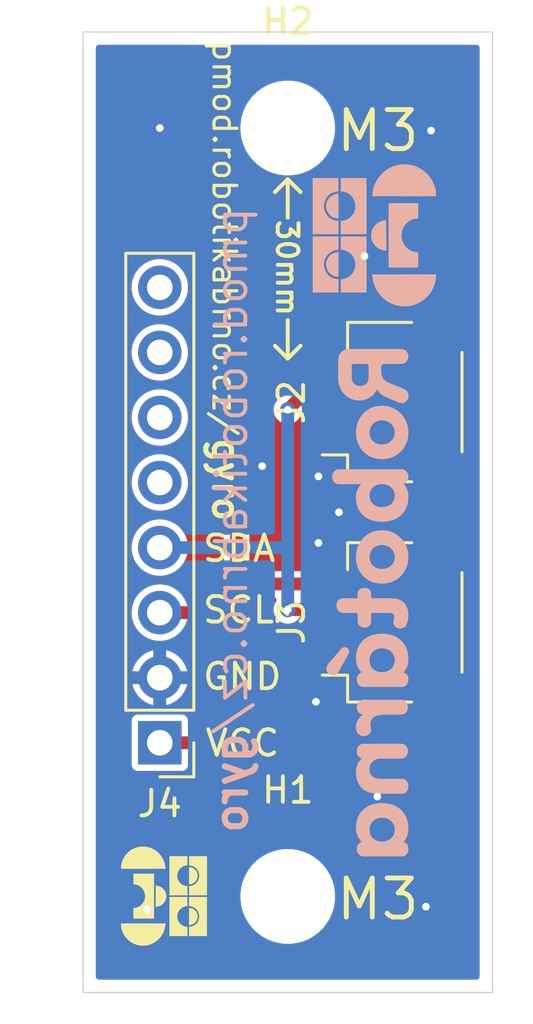
<source format=kicad_pcb>
(kicad_pcb (version 20241229) (generator "pcbnew") (generator_version "9.0")
  (layers (0 "F.Cu" signal "Front") (2 "B.Cu" signal "Back") (13 "F.Paste" user) (15 "B.Paste" user) (5 "F.SilkS" user "F.Silkscreen") (7 "B.SilkS" user "B.Silkscreen") (1 "F.Mask" user) (3 "B.Mask" user) (25 "Edge.Cuts" user))
  (net 0 "")
  (net 1 "GND")
  (net 2 "VCC")
  (net 3 "Net-(J2-Pin_3)")
  (net 4 "Net-(J2-Pin_4)")
  (footprint "Connector_JST:JST_SH_SM04B-SRSS-TB_1x04-1MP_P1.00mm_Horizontal" (layer "F.Cu") (at 143.125 100.3 90)
    (property "Reference" "J3")
    (property "Value" "Conn_01x04_Pin")
  )
  (footprint "MountingHole:MountingHole_3.2mm_M3" (layer "F.Cu") (at 139 81)
    (property "Reference" "H2")
    (property "Value" "MountingHole")
  )
  (footprint "Connector_PinHeader_2.54mm:PinHeader_1x08_P2.54mm_Vertical" (layer "F.Cu") (at 134 105 180)
    (property "Reference" "J4")
    (property "Value" "Conn_01x08_Pin")
  )
  (footprint "Connector_JST:JST_SH_SM04B-SRSS-TB_1x04-1MP_P1.00mm_Horizontal" (layer "F.Cu") (at 143.125 91.7 90)
    (property "Reference" "J2")
    (property "Value" "Conn_01x04_Pin")
  )
  (footprint "MountingHole:MountingHole_3.2mm_M3" (layer "F.Cu") (at 139 111)
    (property "Reference" "H1")
    (property "Value" "MountingHole")
  )
  (gr_line (start 139 89) (end 139 90) (stroke (width 0.1524)) (layer "F.SilkS"))
  (gr_line (start 139 90) (end 138.5 89.5) (stroke (width 0.1524)) (layer "F.SilkS"))
  (gr_line (start 139.5 89.5) (end 139 90) (stroke (width 0.1524)) (layer "F.SilkS"))
  (gr_line (start 139 84) (end 139 84.5) (stroke (width 0.1524)) (layer "F.SilkS"))
  (gr_poly (pts (xy 135.142621 110.956189) (xy 135.142621 110.592369) (xy 135.162995 110.591848) (xy 135.183102 110.590302) (xy 135.202916 110.587757) (xy 135.222413 110.584237) (xy 135.241568 110.579768) (xy 135.260355 110.574375) (xy 135.278752 110.568083) (xy 135.296731 110.560916) (xy 135.314269 110.552901) (xy 135.33134 110.544063) (xy 135.34792 110.534425) (xy 135.363984 110.524015) (xy 135.379506 110.512856) (xy 135.394463 110.500974) (xy 135.408829 110.488395) (xy 135.422579 110.475142) (xy 135.435688 110.461242) (xy 135.448132 110.44672) (xy 135.459886 110.4316) (xy 135.470924 110.415908) (xy 135.481222 110.399669) (xy 135.490756 110.382908) (xy 135.499499 110.365651) (xy 135.507428 110.347922) (xy 135.514517 110.329746) (xy 135.520741 110.311149) (xy 135.526076 110.292156) (xy 135.530497 110.272792) (xy 135.533979 110.253082) (xy 135.536497 110.233052) (xy 135.538026 110.212725) (xy 135.538541 110.192129) (xy 135.538026 110.17153) (xy 135.536497 110.151202) (xy 135.533979 110.13117) (xy 135.530497 110.111459) (xy 135.526076 110.092093) (xy 135.520741 110.073099) (xy 135.514517 110.054501) (xy 135.507428 110.036324) (xy 135.499499 110.018594) (xy 135.490756 110.001336) (xy 135.481222 109.984574) (xy 135.470924 109.968334) (xy 135.459886 109.952641) (xy 135.448132 109.937521) (xy 135.435688 109.922998) (xy 135.422579 109.909098) (xy 135.408829 109.895845) (xy 135.394463 109.883265) (xy 135.379506 109.871383) (xy 135.363984 109.860224) (xy 135.34792 109.849813) (xy 135.33134 109.840176) (xy 135.314269 109.831337) (xy 135.296731 109.823321) (xy 135.278752 109.816155) (xy 135.260355 109.809863) (xy 135.241568 109.804469) (xy 135.222413 109.8) (xy 135.202916 109.79648) (xy 135.183102 109.793935) (xy 135.162995 109.79239) (xy 135.142621 109.791869) (xy 135.142621 109.428059) (xy 135.845571 109.428059) (xy 135.845571 110.956189)) (fill yes) (layer "F.SilkS"))
  (gr_poly (pts (xy 135.059417 111.38256) (xy 135.039311 111.384105) (xy 135.019496 111.38665) (xy 135 111.39017) (xy 134.980845 111.394639) (xy 134.962057 111.400033) (xy 134.943661 111.406325) (xy 134.925681 111.413491) (xy 134.908144 111.421507) (xy 134.891072 111.430345) (xy 134.874492 111.439983) (xy 134.858429 111.450394) (xy 134.842906 111.461553) (xy 134.827949 111.473435) (xy 134.813584 111.486015) (xy 134.799834 111.499267) (xy 134.786724 111.513168) (xy 134.77428 111.527691) (xy 134.762526 111.542811) (xy 134.751488 111.558504) (xy 134.74119 111.574744) (xy 134.731657 111.591505) (xy 134.722913 111.608764) (xy 134.714984 111.626494) (xy 134.707895 111.644671) (xy 134.701671 111.663269) (xy 134.696336 111.682263) (xy 134.691915 111.701629) (xy 134.688433 111.72134) (xy 134.685915 111.741372) (xy 134.684386 111.7617) (xy 134.683871 111.782299) (xy 134.684386 111.802895) (xy 134.685915 111.823221) (xy 134.688433 111.843252) (xy 134.691915 111.862962) (xy 134.696336 111.882326) (xy 134.701671 111.901319) (xy 134.707895 111.919916) (xy 134.714984 111.938092) (xy 134.722913 111.955821) (xy 134.731657 111.973078) (xy 134.74119 111.989839) (xy 134.751488 112.006078) (xy 134.762526 112.02177) (xy 134.77428 112.03689) (xy 134.786724 112.051412) (xy 134.799834 112.065312) (xy 134.813584 112.078565) (xy 134.827949 112.091144) (xy 134.842906 112.103026) (xy 134.858429 112.114185) (xy 134.874492 112.124595) (xy 134.891072 112.134232) (xy 134.908144 112.143071) (xy 134.925681 112.151086) (xy 134.943661 112.158252) (xy 134.962057 112.164545) (xy 134.980845 112.169938) (xy 135 112.174407) (xy 135.019496 112.177927) (xy 135.039311 112.180472) (xy 135.059417 112.182018) (xy 135.079791 112.182539) (xy 135.079791 112.546358) (xy 134.376841 112.546358) (xy 134.376841 111.018229) (xy 135.079791 111.018229) (xy 135.079791 111.382039)) (fill yes) (layer "F.SilkS"))
  (gr_poly (pts (xy 134.253468 111.009468) (xy 134.252546 111.024338) (xy 134.251062 111.039182) (xy 134.249019 111.053982) (xy 134.246423 111.068718) (xy 134.243279 111.083373) (xy 134.23959 111.097929) (xy 134.235363 111.112368) (xy 134.230603 111.126671) (xy 134.225313 111.140821) (xy 134.2195 111.154798) (xy 134.213167 111.168586) (xy 134.20632 111.182166) (xy 134.198964 111.195519) (xy 134.191103 111.208628) (xy 134.182743 111.221474) (xy 134.173889 111.234039) (xy 134.164545 111.246305) (xy 134.154715 111.258255) (xy 134.144406 111.269869) (xy 134.133623 111.281129) (xy 134.122368 111.292019) (xy 134.110649 111.302518) (xy 134.09847 111.312609) (xy 134.085835 111.322275) (xy 134.072749 111.331496) (xy 134.059218 111.340255) (xy 134.045247 111.348533) (xy 134.030839 111.356313) (xy 134.016001 111.363576) (xy 134.000736 111.370304) (xy 133.985051 111.376479) (xy 133.971014 111.381473) (xy 133.958182 111.38563) (xy 133.946436 111.389032) (xy 133.935657 111.391761) (xy 133.925724 111.3939) (xy 133.916519 111.395532) (xy 133.907921 111.396739) (xy 133.899812 111.397605) (xy 133.892072 111.398212) (xy 133.884582 111.398642) (xy 133.869872 111.399304) (xy 133.862414 111.399701) (xy 133.854727 111.400252) (xy 133.846693 111.401041) (xy 133.838191 111.402149) (xy 133.837021 111.399969) (xy 133.837474 111.387038) (xy 133.837677 111.374165) (xy 133.837585 111.348453) (xy 133.837259 111.322551) (xy 133.837211 111.296179) (xy 133.838981 110.988079) (xy 133.841478 110.780515) (xy 133.841922 110.657164) (xy 133.841389 110.608598) (xy 133.840141 110.575629) (xy 133.842691 110.573279) (xy 133.915181 110.583169) (xy 133.930603 110.586416) (xy 133.945859 110.590286) (xy 133.960935 110.594763) (xy 133.975813 110.599833) (xy 134.004914 110.61169) (xy 134.033032 110.625737) (xy 134.06004 110.641856) (xy 134.085808 110.659927) (xy 134.110208 110.679831) (xy 134.13311 110.701449) (xy 134.154386 110.72466) (xy 134.173906 110.749347) (xy 134.191543 110.775389) (xy 134.207168 110.802667) (xy 134.22065 110.831063) (xy 134.226548 110.845642) (xy 134.231863 110.860456) (xy 134.236577 110.87549) (xy 134.240676 110.890728) (xy 134.244142 110.906156) (xy 134.246961 110.921759) (xy 134.248337 110.930832) (xy 134.249629 110.940219) (xy 134.250806 110.949767) (xy 134.251835 110.959325) (xy 134.252683 110.968738) (xy 134.253319 110.977855) (xy 134.253709 110.986523) (xy 134.253821 110.994589)) (fill yes) (layer "F.SilkS"))
  (gr_poly (pts (xy 134.219371 109.926279) (xy 134.149979 109.923226) (xy 134.047743 109.921478) (xy 133.788058 109.92083) (xy 133.351051 109.923429) (xy 132.702431 109.923209) (xy 132.646906 109.922766) (xy 132.592374 109.921746) (xy 132.538243 109.921226) (xy 132.511143 109.921489) (xy 132.483921 109.922279) (xy 132.479332 109.919769) (xy 132.481776 109.901886) (xy 132.48354 109.884983) (xy 132.484801 109.868809) (xy 132.485734 109.853113) (xy 132.487317 109.822156) (xy 132.488319 109.806393) (xy 132.489695 109.790106) (xy 132.491622 109.773047) (xy 132.494275 109.754963) (xy 132.497829 109.735604) (xy 132.50246 109.714721) (xy 132.508344 109.692062) (xy 132.515657 109.667377) (xy 132.524574 109.640417) (xy 132.535271 109.610929) (xy 132.54847 109.577988) (xy 132.562829 109.545941) (xy 132.578308 109.514797) (xy 132.594869 109.484566) (xy 132.612476 109.45526) (xy 132.631088 109.426887) (xy 132.650668 109.399458) (xy 132.671177 109.372984) (xy 132.692578 109.347473) (xy 132.714832 109.322936) (xy 132.7379 109.299384) (xy 132.761744 109.276826) (xy 132.786327 109.255273) (xy 132.811609 109.234733) (xy 132.837552 109.215219) (xy 132.864119 109.196739) (xy 132.89127 109.179304) (xy 132.918968 109.162923) (xy 132.947175 109.147608) (xy 132.975851 109.133367) (xy 133.004959 109.120212) (xy 133.03446 109.108152) (xy 133.064316 109.097197) (xy 133.094489 109.087357) (xy 133.124941 109.078642) (xy 133.155632 109.071063) (xy 133.186526 109.06463) (xy 133.217583 109.059352) (xy 133.248765 109.05524) (xy 133.280035 109.052304) (xy 133.311353 109.050553) (xy 133.342681 109.049999) (xy 133.359658 109.050344) (xy 133.377897 109.05128) (xy 133.39708 109.052737) (xy 133.416884 109.054645) (xy 133.436989 109.056934) (xy 133.457074 109.059535) (xy 133.476819 109.062376) (xy 133.495901 109.065389) (xy 133.528712 109.071523) (xy 133.561147 109.079019) (xy 133.593174 109.087843) (xy 133.624762 109.097961) (xy 133.655881 109.109338) (xy 133.686498 109.121942) (xy 133.746104 109.150691) (xy 133.803331 109.183933) (xy 133.85793 109.221397) (xy 133.909651 109.26281) (xy 133.958244 109.307898) (xy 134.00346 109.356389) (xy 134.045049 109.40801) (xy 134.082762 109.462489) (xy 134.11635 109.519553) (xy 134.145562 109.578928) (xy 134.170149 109.640343) (xy 134.180631 109.67173) (xy 134.189862 109.703524) (xy 134.197813 109.735692) (xy 134.204451 109.768199) (xy 134.224351 109.920939)) (fill yes) (layer "F.SilkS"))
  (gr_line (start 139 83) (end 139.5 83.5) (stroke (width 0.1524)) (layer "F.SilkS"))
  (gr_line (start 138.5 89.5) (end 139 90) (stroke (width 0.1524)) (layer "F.SilkS"))
  (gr_line (start 139 90) (end 139 89) (stroke (width 0.1524)) (layer "F.SilkS"))
  (gr_line (start 139 84) (end 139 83) (stroke (width 0.1524)) (layer "F.SilkS"))
  (gr_line (start 139 83) (end 139 84) (stroke (width 0.1524)) (layer "F.SilkS"))
  (gr_line (start 139.5 83.5) (end 139 83) (stroke (width 0.1524)) (layer "F.SilkS"))
  (gr_poly (pts (xy 135.141621 112.546358) (xy 135.141621 112.182539) (xy 135.161995 112.182018) (xy 135.182102 112.180472) (xy 135.201916 112.177927) (xy 135.221413 112.174407) (xy 135.240568 112.169938) (xy 135.259355 112.164545) (xy 135.277751 112.158252) (xy 135.295731 112.151086) (xy 135.313269 112.143071) (xy 135.33034 112.134232) (xy 135.34692 112.124595) (xy 135.362983 112.114185) (xy 135.378506 112.103026) (xy 135.393463 112.091144) (xy 135.407829 112.078565) (xy 135.421579 112.065312) (xy 135.434688 112.051412) (xy 135.447132 112.03689) (xy 135.458886 112.02177) (xy 135.469924 112.006078) (xy 135.480222 111.989839) (xy 135.489756 111.973078) (xy 135.498499 111.955821) (xy 135.506428 111.938092) (xy 135.513517 111.919916) (xy 135.519741 111.901319) (xy 135.525076 111.882326) (xy 135.529497 111.862962) (xy 135.532979 111.843252) (xy 135.535497 111.823221) (xy 135.537026 111.802895) (xy 135.537541 111.782299) (xy 135.537026 111.7617) (xy 135.535497 111.741372) (xy 135.532979 111.72134) (xy 135.529497 111.701629) (xy 135.525076 111.682263) (xy 135.519741 111.663269) (xy 135.513517 111.644671) (xy 135.506428 111.626494) (xy 135.498499 111.608764) (xy 135.489756 111.591505) (xy 135.480222 111.574744) (xy 135.469924 111.558504) (xy 135.458886 111.542811) (xy 135.447132 111.527691) (xy 135.434688 111.513168) (xy 135.421579 111.499267) (xy 135.407829 111.486015) (xy 135.393463 111.473435) (xy 135.378506 111.461553) (xy 135.362983 111.450394) (xy 135.34692 111.439983) (xy 135.33034 111.430345) (xy 135.313269 111.421507) (xy 135.295731 111.413491) (xy 135.277751 111.406325) (xy 135.259355 111.400033) (xy 135.240568 111.394639) (xy 135.221413 111.39017) (xy 135.201916 111.38665) (xy 135.182102 111.384105) (xy 135.161995 111.38256) (xy 135.141621 111.382039) (xy 135.141621 111.018229) (xy 135.844571 111.018229) (xy 135.844571 112.546358)) (fill yes) (layer "F.SilkS"))
  (gr_line (start 138.5 83.5) (end 139 83) (stroke (width 0.1524)) (layer "F.SilkS"))
  (gr_poly (pts (xy 134.204451 112.205578) (xy 134.197813 112.238085) (xy 134.189862 112.270253) (xy 134.180631 112.302047) (xy 134.170149 112.333434) (xy 134.145562 112.394848) (xy 134.11635 112.454223) (xy 134.082762 112.511286) (xy 134.045049 112.565764) (xy 134.00346 112.617384) (xy 133.958244 112.665874) (xy 133.909651 112.710962) (xy 133.85793 112.752373) (xy 133.803331 112.789836) (xy 133.746104 112.823078) (xy 133.686498 112.851826) (xy 133.655881 112.864429) (xy 133.624762 112.875807) (xy 133.593174 112.885925) (xy 133.561147 112.894749) (xy 133.528712 112.902245) (xy 133.495901 112.908378) (xy 133.476819 112.911391) (xy 133.457074 112.914232) (xy 133.436989 112.916833) (xy 133.416884 112.919122) (xy 133.39708 112.92103) (xy 133.377897 112.922487) (xy 133.359658 112.923423) (xy 133.342681 112.923768) (xy 133.311353 112.923214) (xy 133.280035 112.921463) (xy 133.248765 112.918527) (xy 133.217583 112.914415) (xy 133.186526 112.909137) (xy 133.155632 112.902704) (xy 133.124941 112.895125) (xy 133.094489 112.88641) (xy 133.064316 112.876571) (xy 133.03446 112.865616) (xy 133.004959 112.853555) (xy 132.975851 112.8404) (xy 132.947175 112.826159) (xy 132.918968 112.810844) (xy 132.89127 112.794464) (xy 132.864119 112.777028) (xy 132.837552 112.758548) (xy 132.811609 112.739034) (xy 132.786327 112.718495) (xy 132.761744 112.696941) (xy 132.7379 112.674383) (xy 132.714832 112.650831) (xy 132.692578 112.626294) (xy 132.671177 112.600784) (xy 132.650668 112.574309) (xy 132.631088 112.54688) (xy 132.612476 112.518507) (xy 132.594869 112.489201) (xy 132.578308 112.458971) (xy 132.562829 112.427827) (xy 132.54847 112.395779) (xy 132.535271 112.362838) (xy 132.524574 112.333351) (xy 132.515657 112.30639) (xy 132.508344 112.281705) (xy 132.50246 112.259047) (xy 132.497829 112.238163) (xy 132.494275 112.218805) (xy 132.491622 112.200721) (xy 132.489695 112.183661) (xy 132.488319 112.167375) (xy 132.487317 112.151612) (xy 132.485734 112.120654) (xy 132.484801 112.104958) (xy 132.48354 112.088784) (xy 132.481776 112.071881) (xy 132.479332 112.053999) (xy 132.483921 112.051488) (xy 132.511143 112.052279) (xy 132.538243 112.052541) (xy 132.592374 112.052021) (xy 132.646906 112.051002) (xy 132.702431 112.050558) (xy 133.351051 112.050338) (xy 133.788058 112.052937) (xy 134.047743 112.052289) (xy 134.149979 112.050541) (xy 134.219371 112.047488) (xy 134.224351 112.052838)) (fill yes) (layer "F.SilkS"))
  (gr_poly (pts (xy 135.478895 111.797293) (xy 135.477585 111.814439) (xy 135.475433 111.831344) (xy 135.47246 111.847988) (xy 135.468686 111.864349) (xy 135.464134 111.880406) (xy 135.458825 111.896137) (xy 135.452779 111.911521) (xy 135.446018 111.926536) (xy 135.438563 111.941162) (xy 135.430436 111.955376) (xy 135.421656 111.969157) (xy 135.412247 111.982484) (xy 135.402228 111.995336) (xy 135.391621 112.00769) (xy 135.380447 112.019526) (xy 135.368728 112.030822) (xy 135.356485 112.041557) (xy 135.343738 112.05171) (xy 135.330509 112.061258) (xy 135.31682 112.070181) (xy 135.30269 112.078457) (xy 135.288143 112.086064) (xy 135.273198 112.092982) (xy 135.257877 112.099189) (xy 135.242201 112.104664) (xy 135.226192 112.109384) (xy 135.20987 112.113329) (xy 135.193256 112.116478) (xy 135.176373 112.118808) (xy 135.159241 112.120299) (xy 135.141881 112.120929) (xy 135.142081 111.446159) (xy 135.159442 111.446414) (xy 135.176574 111.447535) (xy 135.193456 111.449502) (xy 135.210068 111.452293) (xy 135.226388 111.455887) (xy 135.242396 111.460263) (xy 135.258068 111.4654) (xy 135.273386 111.471278) (xy 135.288327 111.477875) (xy 135.30287 111.48517) (xy 135.316995 111.493143) (xy 135.330679 111.501772) (xy 135.343902 111.511037) (xy 135.356643 111.520916) (xy 135.36888 111.531389) (xy 135.380592 111.542435) (xy 135.391759 111.554032) (xy 135.402358 111.56616) (xy 135.412369 111.578797) (xy 135.42177 111.591923) (xy 135.430541 111.605517) (xy 135.43866 111.619558) (xy 135.446106 111.634025) (xy 135.452858 111.648896) (xy 135.458895 111.664152) (xy 135.464195 111.67977) (xy 135.468737 111.69573) (xy 135.4725 111.712012) (xy 135.475463 111.728593) (xy 135.477605 111.745454) (xy 135.478905 111.762573) (xy 135.479341 111.779929)) (fill yes) (layer "F.SilkS"))
  (gr_poly (pts (xy 135.059417 109.79239) (xy 135.039311 109.793935) (xy 135.019496 109.79648) (xy 135 109.8) (xy 134.980845 109.804469) (xy 134.962057 109.809863) (xy 134.943661 109.816155) (xy 134.925681 109.823321) (xy 134.908144 109.831337) (xy 134.891072 109.840176) (xy 134.874492 109.849813) (xy 134.858429 109.860224) (xy 134.842906 109.871383) (xy 134.827949 109.883265) (xy 134.813584 109.895845) (xy 134.799834 109.909098) (xy 134.786724 109.922998) (xy 134.77428 109.937521) (xy 134.762526 109.952641) (xy 134.751488 109.968334) (xy 134.74119 109.984574) (xy 134.731657 110.001336) (xy 134.722913 110.018594) (xy 134.714984 110.036324) (xy 134.707895 110.054501) (xy 134.701671 110.073099) (xy 134.696336 110.092093) (xy 134.691915 110.111459) (xy 134.688433 110.13117) (xy 134.685915 110.151202) (xy 134.684386 110.17153) (xy 134.683871 110.192129) (xy 134.684386 110.212725) (xy 134.685915 110.233052) (xy 134.688433 110.253082) (xy 134.691915 110.272792) (xy 134.696336 110.292156) (xy 134.701671 110.311149) (xy 134.707895 110.329746) (xy 134.714984 110.347922) (xy 134.722913 110.365651) (xy 134.731657 110.382908) (xy 134.74119 110.399669) (xy 134.751488 110.415908) (xy 134.762526 110.4316) (xy 134.77428 110.44672) (xy 134.786724 110.461242) (xy 134.799834 110.475142) (xy 134.813584 110.488395) (xy 134.827949 110.500974) (xy 134.842906 110.512856) (xy 134.858429 110.524015) (xy 134.874492 110.534425) (xy 134.891072 110.544063) (xy 134.908144 110.552901) (xy 134.925681 110.560916) (xy 134.943661 110.568083) (xy 134.962057 110.574375) (xy 134.980845 110.579768) (xy 135 110.584237) (xy 135.019496 110.587757) (xy 135.039311 110.590302) (xy 135.059417 110.591848) (xy 135.079791 110.592369) (xy 135.079791 110.956189) (xy 134.376841 110.956189) (xy 134.376841 109.428059) (xy 135.079791 109.428059) (xy 135.079791 109.791869)) (fill yes) (layer "F.SilkS"))
  (gr_line (start 139 83) (end 138.5 83.5) (stroke (width 0.1524)) (layer "F.SilkS"))
  (gr_poly (pts (xy 132.968791 111.866399) (xy 132.968791 111.448268) (xy 132.992206 111.44767) (xy 133.015314 111.445894) (xy 133.038086 111.442969) (xy 133.060493 111.438924) (xy 133.082508 111.433788) (xy 133.1041 111.42759) (xy 133.125242 111.420358) (xy 133.145905 111.412123) (xy 133.166061 111.402911) (xy 133.18568 111.392754) (xy 133.204735 111.381678) (xy 133.223197 111.369714) (xy 133.241037 111.35689) (xy 133.258226 111.343236) (xy 133.274736 111.328779) (xy 133.290539 111.313549) (xy 133.305605 111.297574) (xy 133.319907 111.280885) (xy 133.333415 111.263508) (xy 133.346101 111.245475) (xy 133.357936 111.226812) (xy 133.368893 111.20755) (xy 133.378941 111.187717) (xy 133.388053 111.167342) (xy 133.396201 111.146454) (xy 133.403354 111.125082) (xy 133.409486 111.103254) (xy 133.414567 111.081) (xy 133.418568 111.058349) (xy 133.421462 111.035329) (xy 133.423219 111.011969) (xy 133.423811 110.988299) (xy 133.423219 110.964626) (xy 133.421462 110.941263) (xy 133.418568 110.918241) (xy 133.414567 110.895587) (xy 133.409486 110.873331) (xy 133.403354 110.851501) (xy 133.396201 110.830127) (xy 133.388053 110.809236) (xy 133.378941 110.78886) (xy 133.368893 110.769025) (xy 133.357936 110.749761) (xy 133.346101 110.731097) (xy 133.333415 110.713062) (xy 133.319907 110.695684) (xy 133.305605 110.678993) (xy 133.290539 110.663018) (xy 133.274736 110.647786) (xy 133.258226 110.633328) (xy 133.241037 110.619673) (xy 133.223197 110.606848) (xy 133.204735 110.594883) (xy 133.18568 110.583807) (xy 133.166061 110.573648) (xy 133.145905 110.564437) (xy 133.125242 110.556201) (xy 133.1041 110.548969) (xy 133.082508 110.54277) (xy 133.060493 110.537634) (xy 133.038086 110.533589) (xy 133.015314 110.530664) (xy 132.992206 110.528887) (xy 132.968791 110.528289) (xy 132.968791 110.110179) (xy 133.776661 110.110179) (xy 133.776661 111.866399)) (fill yes) (layer "F.SilkS"))
  (gr_line (start 139 90) (end 139.5 89.5) (stroke (width 0.1524)) (layer "F.SilkS"))
  (gr_poly (pts (xy 135.478895 110.207123) (xy 135.477585 110.224269) (xy 135.475433 110.241174) (xy 135.47246 110.257818) (xy 135.468686 110.27418) (xy 135.464134 110.290236) (xy 135.458825 110.305967) (xy 135.452779 110.321351) (xy 135.446018 110.336367) (xy 135.438563 110.350992) (xy 135.430436 110.365206) (xy 135.421656 110.378987) (xy 135.412247 110.392314) (xy 135.402228 110.405166) (xy 135.391621 110.41752) (xy 135.380447 110.429356) (xy 135.368728 110.440653) (xy 135.356485 110.451388) (xy 135.343738 110.46154) (xy 135.330509 110.471088) (xy 135.31682 110.480011) (xy 135.30269 110.488287) (xy 135.288143 110.495895) (xy 135.273198 110.502813) (xy 135.257877 110.509019) (xy 135.242201 110.514494) (xy 135.226192 110.519214) (xy 135.20987 110.52316) (xy 135.193256 110.526308) (xy 135.176373 110.528638) (xy 135.159241 110.530129) (xy 135.141881 110.530759) (xy 135.142081 109.855989) (xy 135.159442 109.856244) (xy 135.176574 109.857366) (xy 135.193456 109.859332) (xy 135.210068 109.862123) (xy 135.226388 109.865717) (xy 135.242396 109.870093) (xy 135.258068 109.87523) (xy 135.273386 109.881108) (xy 135.288327 109.887705) (xy 135.30287 109.895001) (xy 135.316995 109.902973) (xy 135.330679 109.911603) (xy 135.343902 109.920868) (xy 135.356643 109.930747) (xy 135.36888 109.94122) (xy 135.380592 109.952265) (xy 135.391759 109.963862) (xy 135.402358 109.97599) (xy 135.412369 109.988627) (xy 135.42177 110.001754) (xy 135.430541 110.015348) (xy 135.43866 110.029388) (xy 135.446106 110.043855) (xy 135.452858 110.058727) (xy 135.458895 110.073982) (xy 135.464195 110.0896) (xy 135.468737 110.105561) (xy 135.4725 110.121842) (xy 135.475463 110.138424) (xy 135.477605 110.155284) (xy 135.478905 110.172403) (xy 135.479341 110.189759)) (fill yes) (layer "F.SilkS"))
  (gr_line (start 139 89) (end 139 88.5) (stroke (width 0.1524)) (layer "F.SilkS"))
  (gr_poly (pts (xy 140.983412 87.423684) (xy 140.983412 86.902235) (xy 140.95421 86.901488) (xy 140.925392 86.899273) (xy 140.896992 86.895625) (xy 140.869047 86.89058) (xy 140.841592 86.884174) (xy 140.814663 86.876443) (xy 140.788295 86.867424) (xy 140.762524 86.857152) (xy 140.737387 86.845664) (xy 140.712917 86.832995) (xy 140.689152 86.819181) (xy 140.666127 86.80426) (xy 140.643877 86.788266) (xy 140.622438 86.771235) (xy 140.601846 86.753205) (xy 140.582137 86.73421) (xy 140.563346 86.714287) (xy 140.545508 86.693472) (xy 140.52866 86.671801) (xy 140.512838 86.64931) (xy 140.498076 86.626035) (xy 140.484411 86.602012) (xy 140.471877 86.577278) (xy 140.460512 86.551868) (xy 140.45035 86.525818) (xy 140.441428 86.499164) (xy 140.43378 86.471943) (xy 140.427442 86.44419) (xy 140.422451 86.415942) (xy 140.418842 86.387234) (xy 140.41665 86.358103) (xy 140.415912 86.328585) (xy 140.41665 86.299062) (xy 140.418842 86.269927) (xy 140.422451 86.241215) (xy 140.427442 86.212963) (xy 140.43378 86.185207) (xy 140.441428 86.157982) (xy 140.45035 86.131326) (xy 140.460512 86.105273) (xy 140.471877 86.07986) (xy 140.484411 86.055123) (xy 140.498076 86.031099) (xy 140.512838 86.007822) (xy 140.52866 85.985329) (xy 140.545508 85.963657) (xy 140.563346 85.94284) (xy 140.582137 85.922916) (xy 140.601846 85.90392) (xy 140.622438 85.885889) (xy 140.643877 85.868857) (xy 140.666127 85.852863) (xy 140.689152 85.83794) (xy 140.712917 85.824126) (xy 140.737387 85.811457) (xy 140.762524 85.799968) (xy 140.788295 85.789696) (xy 140.814663 85.780677) (xy 140.841592 85.772946) (xy 140.869047 85.76654) (xy 140.896992 85.761495) (xy 140.925392 85.757847) (xy 140.95421 85.755631) (xy 140.983412 85.754885) (xy 140.983412 85.233435) (xy 139.975862 85.233435) (xy 139.975862 87.423684)) (fill yes) (layer "B.SilkS"))
  (gr_poly (pts (xy 144.097712 86.449135) (xy 144.097712 85.849835) (xy 144.06415 85.848977) (xy 144.031028 85.846431) (xy 143.998388 85.842238) (xy 143.966271 85.836439) (xy 143.934717 85.829077) (xy 143.903768 85.820192) (xy 143.873464 85.809826) (xy 143.843846 85.798021) (xy 143.814956 85.784817) (xy 143.786835 85.770257) (xy 143.759523 85.754381) (xy 143.733061 85.737231) (xy 143.70749 85.718849) (xy 143.682852 85.699276) (xy 143.659188 85.678553) (xy 143.636537 85.656722) (xy 143.614942 85.633825) (xy 143.594443 85.609902) (xy 143.575081 85.584995) (xy 143.556898 85.559146) (xy 143.539933 85.532396) (xy 143.524229 85.504787) (xy 143.509826 85.476359) (xy 143.496765 85.447155) (xy 143.485087 85.417216) (xy 143.474834 85.386583) (xy 143.466045 85.355297) (xy 143.458762 85.323401) (xy 143.453027 85.290935) (xy 143.448879 85.257941) (xy 143.446361 85.224461) (xy 143.445512 85.190535) (xy 143.446361 85.156605) (xy 143.448879 85.123121) (xy 143.453027 85.090123) (xy 143.458762 85.057655) (xy 143.466045 85.025756) (xy 143.474834 84.994469) (xy 143.485087 84.963834) (xy 143.496765 84.933894) (xy 143.509826 84.904689) (xy 143.524229 84.876261) (xy 143.539933 84.848651) (xy 143.556898 84.821901) (xy 143.575081 84.796053) (xy 143.594443 84.771147) (xy 143.614942 84.747225) (xy 143.636537 84.724329) (xy 143.659188 84.702499) (xy 143.682852 84.681778) (xy 143.70749 84.662206) (xy 143.733061 84.643826) (xy 143.759523 84.626677) (xy 143.786835 84.610803) (xy 143.814956 84.596244) (xy 143.843846 84.583042) (xy 143.873464 84.571238) (xy 143.903768 84.560873) (xy 143.934717 84.55199) (xy 143.966271 84.544629) (xy 143.998388 84.538831) (xy 144.031028 84.534639) (xy 144.06415 84.532093) (xy 144.097712 84.531235) (xy 144.097712 83.931935) (xy 142.939762 83.931935) (xy 142.939762 86.449135)) (fill yes) (layer "B.SilkS"))
  (gr_poly (pts (xy 141.101214 85.755631) (xy 141.130032 85.757847) (xy 141.158432 85.761495) (xy 141.186377 85.76654) (xy 141.213832 85.772946) (xy 141.240761 85.780677) (xy 141.267129 85.789696) (xy 141.292899 85.799968) (xy 141.318037 85.811457) (xy 141.342507 85.824126) (xy 141.366272 85.83794) (xy 141.389297 85.852863) (xy 141.411547 85.868857) (xy 141.432986 85.885889) (xy 141.453578 85.90392) (xy 141.473287 85.922916) (xy 141.492078 85.94284) (xy 141.509916 85.963657) (xy 141.526764 85.985329) (xy 141.542586 86.007822) (xy 141.557348 86.031099) (xy 141.571014 86.055123) (xy 141.583547 86.07986) (xy 141.594912 86.105273) (xy 141.605074 86.131326) (xy 141.613997 86.157982) (xy 141.621644 86.185207) (xy 141.627982 86.212963) (xy 141.632973 86.241215) (xy 141.636582 86.269927) (xy 141.638774 86.299062) (xy 141.639512 86.328585) (xy 141.638774 86.358103) (xy 141.636582 86.387234) (xy 141.632973 86.415942) (xy 141.627982 86.44419) (xy 141.621644 86.471943) (xy 141.613997 86.499164) (xy 141.605074 86.525818) (xy 141.594912 86.551868) (xy 141.583547 86.577278) (xy 141.571014 86.602012) (xy 141.557348 86.626035) (xy 141.542586 86.64931) (xy 141.526764 86.671801) (xy 141.509916 86.693472) (xy 141.492078 86.714287) (xy 141.473287 86.73421) (xy 141.453578 86.753205) (xy 141.432986 86.771235) (xy 141.411547 86.788266) (xy 141.389297 86.80426) (xy 141.366272 86.819181) (xy 141.342507 86.832995) (xy 141.318037 86.845664) (xy 141.2929 86.857152) (xy 141.267129 86.867424) (xy 141.240761 86.876443) (xy 141.213832 86.884174) (xy 141.186377 86.89058) (xy 141.158432 86.895625) (xy 141.130032 86.899273) (xy 141.101214 86.901488) (xy 141.072012 86.902235) (xy 141.072012 87.423684) (xy 142.079562 87.423684) (xy 142.079562 85.233435) (xy 141.072012 85.233435) (xy 141.072012 85.754885)) (fill yes) (layer "B.SilkS"))
  (gr_poly (pts (xy 140.981962 85.144535) (xy 140.981962 84.623035) (xy 140.952761 84.622289) (xy 140.923943 84.620074) (xy 140.895544 84.616426) (xy 140.867599 84.611382) (xy 140.840145 84.604977) (xy 140.813217 84.597247) (xy 140.786851 84.588229) (xy 140.761082 84.577959) (xy 140.735946 84.566472) (xy 140.711479 84.553805) (xy 140.687716 84.539993) (xy 140.664693 84.525073) (xy 140.642445 84.50908) (xy 140.621009 84.492051) (xy 140.600419 84.474022) (xy 140.580712 84.455029) (xy 140.561923 84.435107) (xy 140.544088 84.414293) (xy 140.527242 84.392622) (xy 140.511422 84.370132) (xy 140.496662 84.346857) (xy 140.482999 84.322835) (xy 140.470468 84.2981) (xy 140.459104 84.272689) (xy 140.448944 84.246638) (xy 140.440023 84.219983) (xy 140.432376 84.19276) (xy 140.42604 84.165004) (xy 140.42105 84.136753) (xy 140.417442 84.108042) (xy 140.41525 84.078908) (xy 140.414512 84.049385) (xy 140.41525 84.019862) (xy 140.417442 83.990727) (xy 140.42105 83.962015) (xy 140.42604 83.933763) (xy 140.432376 83.906007) (xy 140.440023 83.878782) (xy 140.448944 83.852126) (xy 140.459104 83.826073) (xy 140.470468 83.80066) (xy 140.482999 83.775924) (xy 140.496662 83.751899) (xy 140.511422 83.728622) (xy 140.527242 83.706129) (xy 140.544088 83.684457) (xy 140.561923 83.66364) (xy 140.580712 83.643716) (xy 140.600419 83.62472) (xy 140.621009 83.606689) (xy 140.642445 83.589658) (xy 140.664693 83.573663) (xy 140.687716 83.55874) (xy 140.711479 83.544927) (xy 140.735946 83.532257) (xy 140.761082 83.520768) (xy 140.786851 83.510496) (xy 140.813217 83.501477) (xy 140.840145 83.493746) (xy 140.867599 83.48734) (xy 140.895544 83.482295) (xy 140.923943 83.478647) (xy 140.952761 83.476431) (xy 140.981962 83.475685) (xy 140.981962 82.954235) (xy 139.974412 82.954235) (xy 139.974412 85.144535)) (fill yes) (layer "B.SilkS"))
  (gr_poly (pts (xy 142.298112 86.716335) (xy 142.298112 86.716334) (xy 142.298112 86.716335)) (fill yes) (layer "B.SilkS"))
  (gr_poly (pts (xy 141.664472 104.38572) (xy 141.6654 104.406904) (xy 141.666949 104.427884) (xy 141.669118 104.448659) (xy 141.671909 104.469227) (xy 141.675321 104.489588) (xy 141.679355 104.509741) (xy 141.684012 104.529683) (xy 141.687506 104.541132) (xy 141.69139 104.552322) (xy 141.695662 104.563253) (xy 141.700323 104.573925) (xy 141.705372 104.584338) (xy 141.71081 104.594493) (xy 141.716636 104.60439) (xy 141.722849 104.614028) (xy 141.729451 104.623407) (xy 141.736441 104.632528) (xy 141.743818 104.641391) (xy 141.751582 104.649996) (xy 141.759734 104.658342) (xy 141.768273 104.666431) (xy 141.777199 104.674262) (xy 141.786512 104.681834) (xy 141.796109 104.689036) (xy 141.805888 104.695775) (xy 141.815848 104.702049) (xy 141.825989 104.707858) (xy 141.836312 104.713204) (xy 141.846816 104.718085) (xy 141.857502 104.722501) (xy 141.868368 104.726453) (xy 141.879416 104.72994) (xy 141.890644 104.732962) (xy 141.902054 104.73552) (xy 141.913644 104.737613) (xy 141.925415 104.739241) (xy 141.937367 104.740403) (xy 141.949499 104.741101) (xy 141.961812 104.741334) (xy 141.978981 104.740985) (xy 141.995761 104.739939) (xy 142.012154 104.738196) (xy 142.02816 104.735755) (xy 142.043777 104.732616) (xy 142.059008 104.72878) (xy 142.07385 104.724246) (xy 142.088306 104.719015) (xy 142.102374 104.713085) (xy 142.116055 104.706458) (xy 142.129348 104.699133) (xy 142.142255 104.691109) (xy 142.154775 104.682388) (xy 142.166907 104.672968) (xy 142.178653 104.66285) (xy 142.190012 104.652034) (xy 142.200716 104.640761) (xy 142.210517 104.629255) (xy 142.219415 104.617516) (xy 142.227409 104.605543) (xy 142.234499 104.593338) (xy 142.240686 104.580899) (xy 142.245969 104.568227) (xy 142.250349 104.555321) (xy 142.253826 104.542183) (xy 142.256399 104.528811) (xy 142.258068 104.515206) (xy 142.258834 104.501368) (xy 142.258696 104.487297) (xy 142.257655 104.472993) (xy 142.25571 104.458455) (xy 142.252862 104.443684) (xy 142.248205 104.422195) (xy 142.244171 104.400701) (xy 142.240759 104.379206) (xy 142.237968 104.357709) (xy 142.235799 104.336212) (xy 142.23425 104.314716) (xy 142.233321 104.293223) (xy 142.233012 104.271733) (xy 142.233425 104.252918) (xy 142.234664 104.234517) (xy 142.23673 104.216529) (xy 142.239622 104.198955) (xy 142.243341 104.181795) (xy 142.247886 104.165049) (xy 142.253257 104.148716) (xy 142.259456 104.132797) (xy 142.266481 104.117291) (xy 142.274333 104.1022) (xy 142.283012 104.087521) (xy 142.292517 104.073257) (xy 142.30285 104.059406) (xy 142.31401 104.045969) (xy 142.325998 104.032945) (xy 142.338812 104.020335) (xy 142.352893 104.008251) (xy 142.368681 103.996785) (xy 142.386174 103.985938) (xy 142.405373 103.97571) (xy 142.426278 103.966102) (xy 142.448888 103.957112) (xy 142.473204 103.948742) (xy 142.499225 103.940991) (xy 142.52695 103.933859) (xy 142.556381 103.927347) (xy 142.587517 103.921454) (xy 142.620357 103.91618) (xy 142.654902 103.911527) (xy 142.691151 103.907493) (xy 142.729104 103.904078) (xy 142.768762 103.901284) (xy 143.430212 103.901284) (xy 143.444131 103.900961) (xy 143.457765 103.899993) (xy 143.471113 103.898379) (xy 143.484177 103.896119) (xy 143.496955 103.893213) (xy 143.509448 103.889662) (xy 143.521656 103.885465) (xy 143.53358 103.880623) (xy 143.54522 103.875134) (xy 143.556576 103.869) (xy 143.567649 103.86222) (xy 143.578438 103.854795) (xy 143.588943 103.846723) (xy 143.599165 103.838006) (xy 143.609105 103.828643) (xy 143.618762 103.818635) (xy 143.627971 103.808153) (xy 143.636586 103.797387) (xy 143.644607 103.786338) (xy 143.652034 103.775005) (xy 143.658866 103.763388) (xy 143.665105 103.751488) (xy 143.670749 103.739304) (xy 143.675799 103.726837) (xy 143.680255 103.714085) (xy 143.684117 103.70105) (xy 143.687385 103.687732) (xy 143.690059 103.67413) (xy 143.692138 103.660244) (xy 143.693624 103.646075) (xy 143.694515 103.631622) (xy 143.694812 103.616885) (xy 143.694528 103.601328) (xy 143.693675 103.586081) (xy 143.692254 103.571145) (xy 143.690265 103.556519) (xy 143.687707 103.542203) (xy 143.684581 103.528198) (xy 143.680887 103.514502) (xy 143.676624 103.501117) (xy 143.671793 103.488041) (xy 143.666394 103.475276) (xy 143.660426 103.46282) (xy 143.65389 103.450674) (xy 143.646785 103.438838) (xy 143.639112 103.427311) (xy 143.630871 103.416094) (xy 143.622062 103.405187) (xy 143.612813 103.394778) (xy 143.603253 103.385042) (xy 143.593383 103.375977) (xy 143.583203 103.367583) (xy 143.572713 103.359861) (xy 143.561912 103.35281) (xy 143.550801 103.346431) (xy 143.53938 103.340723) (xy 143.52765 103.335687) (xy 143.515609 103.331323) (xy 143.503259 103.327629) (xy 143.490599 103.324608) (xy 143.477629 103.322257) (xy 143.464349 103.320579) (xy 143.45076 103.319571) (xy 143.436862 103.319236) (xy 141.955212 103.319236) (xy 141.942092 103.319559) (xy 141.929205 103.320527) (xy 141.916553 103.322141) (xy 141.904135 103.324401) (xy 141.891951 103.327307) (xy 141.88 103.330858) (xy 141.868283 103.335055) (xy 141.8568 103.339898) (xy 141.845549 103.345386) (xy 141.834531 103.351521) (xy 141.823747 103.3583) (xy 141.813195 103.365726) (xy 141.802876 103.373797) (xy 141.792789 103.382514) (xy 141.782934 103.391877) (xy 141.773312 103.401885) (xy 141.764094 103.412419) (xy 141.755471 103.423339) (xy 141.747444 103.434647) (xy 141.740011 103.446342) (xy 141.733174 103.458423) (xy 141.726931 103.470892) (xy 141.721284 103.483748) (xy 141.716231 103.496991) (xy 141.711773 103.510621) (xy 141.707909 103.524639) (xy 141.70464 103.539045) (xy 141.701966 103.553837) (xy 141.699886 103.569018) (xy 141.6984 103.584586) (xy 141.697509 103.600542) (xy 141.697212 103.616885) (xy 141.697483 103.631596) (xy 141.698297 103.645971) (xy 141.699653 103.660011) (xy 141.701553 103.673716) (xy 141.703994 103.687085) (xy 141.706978 103.700119) (xy 141.710505 103.712817) (xy 141.714574 103.725179) (xy 141.719186 103.737206) (xy 141.724341 103.748897) (xy 141.730038 103.760252) (xy 141.736278 103.771271) (xy 141.74306 103.781954) (xy 141.750385 103.7923) (xy 141.758252 103.802311) (xy 141.766662 103.811986) (xy 141.77546 103.821255) (xy 141.784491 103.830032) (xy 141.793755 103.838318) (xy 141.803252 103.846111) (xy 141.812982 103.853413) (xy 141.822945 103.860222) (xy 141.83314 103.86654) (xy 141.843568 103.872366) (xy 141.854229 103.877701) (xy 141.865122 103.882544) (xy 141.876248 103.886896) (xy 141.887607 103.890756) (xy 141.899197 103.894125) (xy 141.91102 103.897002) (xy 141.923075 103.899389) (xy 141.935362 103.901284) (xy 141.92143 103.910585) (xy 141.907757 103.9203) (xy 141.894344 103.930428) (xy 141.881191 103.940969) (xy 141.868297 103.951925) (xy 141.855662 103.963294) (xy 141.843286 103.975076) (xy 141.831168 103.987273) (xy 141.819309 103.999883) (xy 141.807708 104.012906) (xy 141.796365 104.026343) (xy 141.78528 104.040194) (xy 141.774452 104.054459) (xy 141.763882 104.069137) (xy 141.753568 104.084229) (xy 141.743512 104.099734) (xy 141.733903 104.115498) (xy 141.724914 104.131365) (xy 141.716545 104.147335) (xy 141.708796 104.163409) (xy 141.701667 104.179585) (xy 141.695158 104.195865) (xy 141.689269 104.212248) (xy 141.684 104.228733) (xy 141.67935 104.245322) (xy 141.675321 104.262015) (xy 141.671911 104.27881) (xy 141.669121 104.295708) (xy 141.666952 104.31271) (xy 141.665402 104.329814) (xy 141.664472 104.347022) (xy 141.664162 104.364333)) (fill yes) (layer "B.SilkS"))
  (gr_poly (pts (xy 142.326662 86.935234) (xy 142.336177 86.981831) (xy 142.347572 87.02794) (xy 142.360803 87.073514) (xy 142.375826 87.118503) (xy 142.411066 87.206533) (xy 142.452935 87.291638) (xy 142.501074 87.373429) (xy 142.555127 87.451514) (xy 142.614736 87.525502) (xy 142.679543 87.595003) (xy 142.749191 87.659626) (xy 142.823321 87.718981) (xy 142.901576 87.772676) (xy 142.983599 87.820321) (xy 143.069031 87.861525) (xy 143.112914 87.87959) (xy 143.157516 87.895898) (xy 143.202791 87.9104) (xy 143.248695 87.923048) (xy 143.295184 87.933792) (xy 143.342212 87.942584) (xy 143.369559 87.946901) (xy 143.397857 87.950973) (xy 143.426645 87.954698) (xy 143.455462 87.957978) (xy 143.483848 87.960712) (xy 143.511342 87.962799) (xy 143.537483 87.96414) (xy 143.561812 87.964635) (xy 143.606715 87.963843) (xy 143.651603 87.961337) (xy 143.696421 87.957131) (xy 143.741114 87.95124) (xy 143.785628 87.943677) (xy 143.829907 87.934459) (xy 143.873896 87.923598) (xy 143.917541 87.911109) (xy 143.960788 87.897007) (xy 144.00358 87.881307) (xy 144.045863 87.864022) (xy 144.087582 87.845168) (xy 144.128683 87.824758) (xy 144.16911 87.802807) (xy 144.208809 87.77933) (xy 144.247724 87.754341) (xy 144.285801 87.727854) (xy 144.322986 87.699885) (xy 144.359222 87.670447) (xy 144.394455 87.639554) (xy 144.428631 87.607222) (xy 144.461694 87.573465) (xy 144.49359 87.538297) (xy 144.524263 87.501732) (xy 144.55366 87.463786) (xy 144.581724 87.424472) (xy 144.608401 87.383806) (xy 144.633636 87.341801) (xy 144.657375 87.298472) (xy 144.679562 87.253833) (xy 144.700142 87.207899) (xy 144.719062 87.160684) (xy 144.734399 87.118413) (xy 144.747183 87.079764) (xy 144.757667 87.044378) (xy 144.766103 87.011898) (xy 144.772742 86.981963) (xy 144.777836 86.954215) (xy 144.781638 86.928294) (xy 144.784399 86.903841) (xy 144.786372 86.880497) (xy 144.787808 86.857904) (xy 144.790078 86.813531) (xy 144.791415 86.791033) (xy 144.793224 86.767849) (xy 144.795755 86.743619) (xy 144.799262 86.717985) (xy 144.792662 86.714385) (xy 144.753651 86.715519) (xy 144.714812 86.715897) (xy 144.637224 86.71516) (xy 144.559055 86.71371) (xy 144.479462 86.713085) (xy 143.549812 86.712785) (xy 142.923449 86.716491) (xy 142.551248 86.715562) (xy 142.404717 86.713059) (xy 142.305262 86.708685) (xy 142.298112 86.716335)) (fill yes) (layer "B.SilkS"))
  (gr_poly (pts (xy 141.101214 83.476431) (xy 141.130032 83.478647) (xy 141.158432 83.482295) (xy 141.186377 83.48734) (xy 141.213832 83.493746) (xy 141.240761 83.501477) (xy 141.267129 83.510496) (xy 141.292899 83.520768) (xy 141.318037 83.532257) (xy 141.342507 83.544927) (xy 141.366272 83.55874) (xy 141.389297 83.573663) (xy 141.411547 83.589658) (xy 141.432986 83.606689) (xy 141.453578 83.62472) (xy 141.473287 83.643716) (xy 141.492078 83.66364) (xy 141.509916 83.684457) (xy 141.526764 83.706129) (xy 141.542586 83.728622) (xy 141.557348 83.751899) (xy 141.571014 83.775924) (xy 141.583547 83.80066) (xy 141.594912 83.826073) (xy 141.605074 83.852126) (xy 141.613997 83.878782) (xy 141.621644 83.906007) (xy 141.627982 83.933763) (xy 141.632973 83.962015) (xy 141.636582 83.990727) (xy 141.638774 84.019862) (xy 141.639512 84.049385) (xy 141.638774 84.078908) (xy 141.636582 84.108042) (xy 141.632973 84.136753) (xy 141.627982 84.165004) (xy 141.621644 84.19276) (xy 141.613997 84.219983) (xy 141.605074 84.246638) (xy 141.594912 84.272689) (xy 141.583547 84.2981) (xy 141.571014 84.322835) (xy 141.557348 84.346857) (xy 141.542586 84.370132) (xy 141.526764 84.392622) (xy 141.509916 84.414293) (xy 141.492078 84.435107) (xy 141.473287 84.455029) (xy 141.453578 84.474022) (xy 141.432986 84.492051) (xy 141.411547 84.50908) (xy 141.389297 84.525073) (xy 141.366272 84.539993) (xy 141.342507 84.553805) (xy 141.318037 84.566472) (xy 141.2929 84.577959) (xy 141.267129 84.588229) (xy 141.240761 84.597247) (xy 141.213832 84.604977) (xy 141.186377 84.611382) (xy 141.158432 84.616426) (xy 141.130032 84.620074) (xy 141.101214 84.622289) (xy 141.072012 84.623035) (xy 141.072012 85.144535) (xy 142.079562 85.144535) (xy 142.079562 82.954235) (xy 141.072012 82.954235) (xy 141.072012 83.475685)) (fill yes) (layer "B.SilkS"))
  (gr_poly (pts (xy 140.5 86.350074) (xy 140.501876 86.37465) (xy 140.504959 86.398881) (xy 140.509219 86.422737) (xy 140.514626 86.446188) (xy 140.521148 86.469202) (xy 140.528757 86.491749) (xy 140.537421 86.513799) (xy 140.547109 86.53532) (xy 140.557793 86.556282) (xy 140.569441 86.576654) (xy 140.582022 86.596406) (xy 140.595507 86.615507) (xy 140.609866 86.633926) (xy 140.625067 86.651633) (xy 140.641081 86.668597) (xy 140.657876 86.684787) (xy 140.675424 86.700173) (xy 140.693693 86.714723) (xy 140.712652 86.728408) (xy 140.732273 86.741197) (xy 140.752523 86.753058) (xy 140.773374 86.763962) (xy 140.794794 86.773877) (xy 140.816753 86.782773) (xy 140.839221 86.790619) (xy 140.862167 86.797385) (xy 140.885562 86.80304) (xy 140.909374 86.807553) (xy 140.933573 86.810894) (xy 140.958129 86.813031) (xy 140.983012 86.813935) (xy 140.982762 85.846785) (xy 140.957879 85.847153) (xy 140.933324 85.848762) (xy 140.909126 85.851583) (xy 140.885316 85.855584) (xy 140.861924 85.860737) (xy 140.838981 85.86701) (xy 140.816517 85.874374) (xy 140.794562 85.8828) (xy 140.773147 85.892256) (xy 140.752301 85.902713) (xy 140.732056 85.914141) (xy 140.712442 85.92651) (xy 140.693489 85.939789) (xy 140.675227 85.953949) (xy 140.657687 85.96896) (xy 140.640899 85.984791) (xy 140.624894 86.001413) (xy 140.609702 86.018796) (xy 140.595353 86.036909) (xy 140.581877 86.055722) (xy 140.569306 86.075206) (xy 140.557668 86.09533) (xy 140.546996 86.116065) (xy 140.537318 86.137379) (xy 140.528666 86.159245) (xy 140.52107 86.18163) (xy 140.514559 86.204506) (xy 140.509165 86.227841) (xy 140.504918 86.251607) (xy 140.501849 86.275773) (xy 140.499986 86.300309) (xy 140.499362 86.325185)) (fill yes) (layer "B.SilkS"))
  (gr_poly (pts (xy 141.664666 97.785891) (xy 141.666178 97.821608) (xy 141.668697 97.856887) (xy 141.672224 97.891728) (xy 141.676758 97.92613) (xy 141.6823 97.960093) (xy 141.688849 97.993618) (xy 141.696406 98.026703) (xy 141.70497 98.05935) (xy 141.714541 98.091558) (xy 141.725119 98.123327) (xy 141.736704 98.154657) (xy 141.749296 98.185548) (xy 141.762894 98.215999) (xy 141.7775 98.246011) (xy 141.793112 98.275584) (xy 141.809624 98.304562) (xy 141.826912 98.332791) (xy 141.844973 98.360269) (xy 141.86381 98.386997) (xy 141.883421 98.412976) (xy 141.903808 98.438205) (xy 141.924969 98.462685) (xy 141.946906 98.486415) (xy 141.969618 98.509396) (xy 141.993105 98.531627) (xy 142.017367 98.553109) (xy 142.042405 98.573842) (xy 142.068218 98.593826) (xy 142.094807 98.613061) (xy 142.122172 98.631546) (xy 142.150312 98.649283) (xy 142.179137 98.666103) (xy 142.208557 98.681838) (xy 142.23857 98.696488) (xy 142.269178 98.710052) (xy 142.30038 98.722531) (xy 142.332175 98.733926) (xy 142.364566 98.744235) (xy 142.39755 98.753459) (xy 142.431128 98.761597) (xy 142.4653 98.768651) (xy 142.500067 98.774619) (xy 142.535428 98.779503) (xy 142.571383 98.783301) (xy 142.607932 98.786014) (xy 142.645075 98.787641) (xy 142.682812 98.788184) (xy 142.719767 98.787641) (xy 142.756232 98.786014) (xy 142.792207 98.783301) (xy 142.827693 98.779503) (xy 142.862688 98.774619) (xy 142.897192 98.768651) (xy 142.931207 98.761597) (xy 142.964731 98.753459) (xy 142.997765 98.744235) (xy 143.030308 98.733926) (xy 143.06236 98.722531) (xy 143.093922 98.710052) (xy 143.124993 98.696488) (xy 143.155574 98.681838) (xy 143.185663 98.666103) (xy 143.215262 98.649283) (xy 143.244214 98.631546) (xy 143.272365 98.613061) (xy 143.299715 98.593826) (xy 143.326263 98.573842) (xy 143.35201 98.553109) (xy 143.376955 98.531627) (xy 143.4011 98.509396) (xy 143.424443 98.486415) (xy 143.446986 98.462685) (xy 143.468727 98.438205) (xy 143.489668 98.412976) (xy 143.509808 98.386997) (xy 143.529148 98.360269) (xy 143.547686 98.332791) (xy 143.565424 98.304562) (xy 143.582362 98.275584) (xy 143.598383 98.246011) (xy 143.61337 98.215999) (xy 143.627323 98.185547) (xy 143.640243 98.154656) (xy 143.65213 98.123326) (xy 143.662982 98.091557) (xy 143.672802 98.059349) (xy 143.681587 98.026702) (xy 143.689339 97.993617) (xy 143.696057 97.960092) (xy 143.701742 97.926129) (xy 143.706393 97.891727) (xy 143.710011 97.856886) (xy 143.712595 97.821608) (xy 143.714145 97.78589) (xy 143.714662 97.749735) (xy 143.714145 97.714357) (xy 143.712595 97.679342) (xy 143.710011 97.644691) (xy 143.706393 97.610402) (xy 143.701742 97.576476) (xy 143.696057 97.542912) (xy 143.689339 97.509711) (xy 143.681587 97.476872) (xy 143.672802 97.444396) (xy 143.662982 97.412281) (xy 143.65213 97.380528) (xy 143.640243 97.349136) (xy 143.627323 97.318106) (xy 143.61337 97.287438) (xy 143.598383 97.25713) (xy 143.582362 97.227184) (xy 143.565424 97.197793) (xy 143.547686 97.169151) (xy 143.529147 97.141258) (xy 143.509808 97.114113) (xy 143.489668 97.087718) (xy 143.468727 97.062072) (xy 143.446986 97.037175) (xy 143.424443 97.013028) (xy 143.4011 96.98963) (xy 143.376955 96.966982) (xy 143.35201 96.945083) (xy 143.326263 96.923933) (xy 143.299715 96.903534) (xy 143.272365 96.883884) (xy 143.244214 96.864984) (xy 143.215262 96.846834) (xy 143.185663 96.829615) (xy 143.155574 96.813506) (xy 143.124993 96.798508) (xy 143.093922 96.784622) (xy 143.06236 96.771846) (xy 143.030308 96.760181) (xy 142.997765 96.749627) (xy 142.964731 96.740184) (xy 142.931207 96.731852) (xy 142.897192 96.724631) (xy 142.862688 96.718521) (xy 142.827693 96.713522) (xy 142.792207 96.709634) (xy 142.756232 96.706856) (xy 142.719767 96.70519) (xy 142.682812 96.704635) (xy 142.682812 97.280084) (xy 142.708997 97.280613) (xy 142.734639 97.282202) (xy 142.759739 97.284851) (xy 142.784296 97.288559) (xy 142.808311 97.293326) (xy 142.831783 97.299152) (xy 142.854712 97.306038) (xy 142.877099 97.313984) (xy 142.898944 97.322989) (xy 142.920245 97.333053) (xy 142.941005 97.344176) (xy 142.961221 97.356359) (xy 142.980895 97.369601) (xy 143.000027 97.383903) (xy 143.018616 97.399264) (xy 143.036662 97.415685) (xy 143.053882 97.43288) (xy 143.06999 97.450567) (xy 143.084988 97.468744) (xy 143.098875 97.487413) (xy 143.11165 97.506572) (xy 143.123315 97.526223) (xy 143.133869 97.546364) (xy 143.143312 97.566997) (xy 143.151644 97.588121) (xy 143.158865 97.609735) (xy 143.164975 97.631841) (xy 143.169974 97.654438) (xy 143.173863 97.677525) (xy 143.17664 97.701104) (xy 143.178307 97.725174) (xy 143.178862 97.749735) (xy 143.178307 97.775069) (xy 143.17664 97.799809) (xy 143.173863 97.823954) (xy 143.169974 97.847506) (xy 143.164975 97.870463) (xy 143.158865 97.892825) (xy 143.151644 97.914593) (xy 143.143312 97.935766) (xy 143.133869 97.956345) (xy 143.123315 97.976328) (xy 143.11165 97.995717) (xy 143.098875 98.014511) (xy 143.084988 98.032709) (xy 143.06999 98.050313) (xy 143.053882 98.067321) (xy 143.036662 98.083734) (xy 143.018616 98.099356) (xy 143.000027 98.113969) (xy 142.980895 98.127574) (xy 142.961221 98.140172) (xy 142.941005 98.151762) (xy 142.920245 98.162344) (xy 142.898944 98.171918) (xy 142.877099 98.180485) (xy 142.854713 98.188044) (xy 142.831783 98.194594) (xy 142.808311 98.200137) (xy 142.784296 98.204673) (xy 142.759739 98.2082) (xy 142.734639 98.210719) (xy 142.708997 98.212231) (xy 142.682812 98.212735) (xy 142.655858 98.212231) (xy 142.629576 98.210719) (xy 142.603967 98.2082) (xy 142.57903 98.204673) (xy 142.554765 98.200137) (xy 142.531173 98.194594) (xy 142.508253 98.188044) (xy 142.486006 98.180485) (xy 142.46443 98.171918) (xy 142.443526 98.162344) (xy 142.423294 98.151762) (xy 142.403734 98.140172) (xy 142.384846 98.127574) (xy 142.36663 98.113969) (xy 142.349085 98.099356) (xy 142.332212 98.083734) (xy 142.316191 98.067321) (xy 142.301204 98.050313) (xy 142.287251 98.032709) (xy 142.274331 98.014511) (xy 142.262444 97.995717) (xy 142.251592 97.976328) (xy 142.241772 97.956345) (xy 142.232987 97.935766) (xy 142.225235 97.914593) (xy 142.218517 97.892825) (xy 142.212832 97.870463) (xy 142.208181 97.847506) (xy 142.204563 97.823954) (xy 142.201979 97.799809) (xy 142.200429 97.775069) (xy 142.199912 97.749735) (xy 142.200429 97.725174) (xy 142.201979 97.701104) (xy 142.204563 97.677525) (xy 142.208181 97.654438) (xy 142.212832 97.631841) (xy 142.218517 97.609735) (xy 142.225235 97.588121) (xy 142.232987 97.566997) (xy 142.241773 97.546364) (xy 142.251592 97.526223) (xy 142.262444 97.506572) (xy 142.274331 97.487413) (xy 142.287251 97.468744) (xy 142.301204 97.450567) (xy 142.316191 97.43288) (xy 142.332212 97.415685) (xy 142.349085 97.399264) (xy 142.36663 97.383903) (xy 142.384846 97.369601) (xy 142.403735 97.356359) (xy 142.423294 97.344176) (xy 142.443526 97.333053) (xy 142.46443 97.322989) (xy 142.486006 97.313984) (xy 142.508253 97.306038) (xy 142.531173 97.299152) (xy 142.554765 97.293326) (xy 142.57903 97.288559) (xy 142.603967 97.284851) (xy 142.629576 97.282202) (xy 142.655858 97.280613) (xy 142.682812 97.280084) (xy 142.682812 96.704635) (xy 142.645075 96.70519) (xy 142.607932 96.706856) (xy 142.571383 96.709634) (xy 142.535428 96.713522) (xy 142.500067 96.718521) (xy 142.4653 96.724631) (xy 142.431128 96.731852) (xy 142.39755 96.740184) (xy 142.364566 96.749627) (xy 142.332175 96.760181) (xy 142.30038 96.771846) (xy 142.269178 96.784622) (xy 142.23857 96.798508) (xy 142.208557 96.813506) (xy 142.179137 96.829615) (xy 142.150312 96.846834) (xy 142.122172 96.864984) (xy 142.094807 96.883884) (xy 142.068218 96.903534) (xy 142.042405 96.923933) (xy 142.017367 96.945083) (xy 141.993105 96.966982) (xy 141.969618 96.98963) (xy 141.946906 97.013028) (xy 141.924969 97.037175) (xy 141.903808 97.062072) (xy 141.883421 97.087718) (xy 141.86381 97.114113) (xy 141.844973 97.141258) (xy 141.826912 97.169151) (xy 141.809624 97.197793) (xy 141.793112 97.227184) (xy 141.7775 97.25713) (xy 141.762894 97.287438) (xy 141.749296 97.318106) (xy 141.736704 97.349136) (xy 141.725119 97.380528) (xy 141.714541 97.412281) (xy 141.70497 97.444396) (xy 141.696406 97.476872) (xy 141.688849 97.509711) (xy 141.6823 97.542912) (xy 141.676758 97.576476) (xy 141.672224 97.610402) (xy 141.668697 97.644691) (xy 141.666178 97.679342) (xy 141.664666 97.714357) (xy 141.664162 97.749735)) (fill yes) (layer "B.SilkS"))
  (gr_poly (pts (xy 140.506909 102.115246) (xy 140.5078 102.128126) (xy 140.509286 102.140774) (xy 140.511365 102.15319) (xy 140.514039 102.165373) (xy 140.517307 102.177324) (xy 140.521168 102.189042) (xy 140.525624 102.200528) (xy 140.530675 102.211781) (xy 140.536319 102.222802) (xy 140.542557 102.233589) (xy 140.54939 102.244144) (xy 140.556817 102.254466) (xy 140.564838 102.264555) (xy 140.573453 102.274411) (xy 140.582662 102.284034) (xy 140.592311 102.293243) (xy 140.602244 102.301858) (xy 140.612462 102.309878) (xy 140.622964 102.317305) (xy 140.633751 102.324138) (xy 140.644823 102.330376) (xy 140.656178 102.336021) (xy 140.667818 102.341071) (xy 140.679742 102.345527) (xy 140.691951 102.349389) (xy 140.704443 102.352657) (xy 140.717219 102.35533) (xy 140.730279 102.35741) (xy 140.743623 102.358895) (xy 140.757251 102.359786) (xy 140.771162 102.360083) (xy 140.789023 102.359644) (xy 140.80621 102.358326) (xy 140.822726 102.356129) (xy 140.838568 102.353053) (xy 140.853738 102.349099) (xy 140.868235 102.344266) (xy 140.88206 102.338554) (xy 140.895212 102.331965) (xy 140.907691 102.324497) (xy 140.919498 102.31615) (xy 140.930632 102.306926) (xy 140.941093 102.296823) (xy 140.950882 102.285843) (xy 140.959998 102.273984) (xy 140.968441 102.261248) (xy 140.976212 102.247634) (xy 141.366512 101.553134) (xy 141.368265 101.548114) (xy 141.370224 101.542992) (xy 141.37239 101.537767) (xy 141.374762 101.532441) (xy 141.37734 101.527014) (xy 141.380124 101.521486) (xy 141.383115 101.515859) (xy 141.386312 101.510133) (xy 141.387919 101.507197) (xy 141.389422 101.504184) (xy 141.390821 101.501094) (xy 141.392116 101.497927) (xy 141.393306 101.494682) (xy 141.394393 101.49136) (xy 141.395376 101.48796) (xy 141.396256 101.484483) (xy 141.397031 101.480929) (xy 141.397703 101.477298) (xy 141.398271 101.473589) (xy 141.398736 101.469802) (xy 141.399097 101.465938) (xy 141.399355 101.461997) (xy 141.39951 101.457979) (xy 141.399562 101.453883) (xy 141.398916 101.431451) (xy 141.396979 101.410465) (xy 141.395526 101.400516) (xy 141.39375 101.390927) (xy 141.391651 101.381701) (xy 141.38923 101.372837) (xy 141.386485 101.364334) (xy 141.383418 101.356193) (xy 141.380027 101.348414) (xy 141.376314 101.340997) (xy 141.372277 101.333942) (xy 141.367918 101.327248) (xy 141.363236 101.320916) (xy 141.358231 101.314946) (xy 141.352902 101.309338) (xy 141.347251 101.304092) (xy 141.341277 101.299207) (xy 141.334979 101.294685) (xy 141.328359 101.290524) (xy 141.321415 101.286725) (xy 141.314149 101.283287) (xy 141.306559 101.280212) (xy 141.298647 101.277498) (xy 141.290411 101.275146) (xy 141.281852 101.273156) (xy 141.27297 101.271528) (xy 141.263765 101.270262) (xy 141.254237 101.269357) (xy 141.244386 101.268815) (xy 141.234212 101.268634) (xy 141.223562 101.268892) (xy 141.21312 101.269667) (xy 141.202885 101.270959) (xy 141.192858 101.272768) (xy 141.183037 101.275093) (xy 141.173424 101.277936) (xy 141.164018 101.281295) (xy 141.154818 101.285171) (xy 141.145825 101.289563) (xy 141.137039 101.294473) (xy 141.12846 101.299899) (xy 141.120088 101.305842) (xy 141.111921 101.312302) (xy 141.103962 101.319279) (xy 141.096209 101.326772) (xy 141.088662 101.334782) (xy 141.088662 101.334784) (xy 140.599212 101.897084) (xy 140.589551 101.909513) (xy 140.580406 101.921994) (xy 140.571777 101.934526) (xy 140.563664 101.947109) (xy 140.556067 101.959745) (xy 140.548986 101.972431) (xy 140.542422 101.98517) (xy 140.536374 101.997959) (xy 140.530844 102.010801) (xy 140.52583 102.023694) (xy 140.521334 102.036638) (xy 140.517354 102.049634) (xy 140.513892 102.062682) (xy 140.510948 102.075781) (xy 140.508521 102.088931) (xy 140.506612 102.102134)) (fill yes) (layer "B.SilkS"))
  (gr_poly (pts (xy 140.903759 99.65702) (xy 140.904651 99.67222) (xy 140.906136 99.687085) (xy 140.908216 99.701615) (xy 140.91089 99.71581) (xy 140.914159 99.729669) (xy 140.918023 99.743194) (xy 140.922481 99.756383) (xy 140.927534 99.769238) (xy 140.933181 99.781757) (xy 140.939424 99.793941) (xy 140.946261 99.805789) (xy 140.953694 99.817303) (xy 140.961721 99.828482) (xy 140.970344 99.839325) (xy 140.979562 99.849833) (xy 140.989237 99.859842) (xy 140.999247 99.869207) (xy 141.009594 99.877926) (xy 141.020277 99.886) (xy 141.031296 99.89343) (xy 141.042651 99.900214) (xy 141.054342 99.906353) (xy 141.066368 99.911846) (xy 141.078731 99.916694) (xy 141.091429 99.920895) (xy 141.104463 99.924451) (xy 141.117832 99.92736) (xy 141.131536 99.929624) (xy 141.145576 99.931241) (xy 141.159952 99.932211) (xy 141.174662 99.932534) (xy 141.664162 99.932534) (xy 141.668232 99.932599) (xy 141.672173 99.932792) (xy 141.675984 99.933114) (xy 141.679666 99.933566) (xy 141.683219 99.934146) (xy 141.686643 99.934855) (xy 141.689937 99.935693) (xy 141.693103 99.936661) (xy 141.696139 99.937757) (xy 141.699046 99.938982) (xy 141.701824 99.940337) (xy 141.704472 99.94182) (xy 141.706992 99.943433) (xy 141.709382 99.945175) (xy 141.711643 99.947046) (xy 141.713775 99.949046) (xy 141.715777 99.951176) (xy 141.717651 99.953434) (xy 141.719395 99.955822) (xy 141.72101 99.958339) (xy 141.722496 99.960986) (xy 141.723852 99.963761) (xy 141.72508 99.966666) (xy 141.726178 99.969701) (xy 141.727147 99.972864) (xy 141.727987 99.976157) (xy 141.728697 99.97958) (xy 141.729279 99.983132) (xy 141.729731 99.986813) (xy 141.730054 99.990624) (xy 141.730248 99.994564) (xy 141.730312 99.998633) (xy 141.730312 100.243382) (xy 141.730622 100.257294) (xy 141.731552 100.270922) (xy 141.733102 100.284266) (xy 141.735272 100.297326) (xy 141.738061 100.310102) (xy 141.741471 100.322594) (xy 141.7455 100.334803) (xy 141.75015 100.346727) (xy 141.755419 100.358367) (xy 141.761308 100.369722) (xy 141.767817 100.380794) (xy 141.774947 100.391581) (xy 141.782696 100.402083) (xy 141.791065 100.412301) (xy 141.800053 100.422235) (xy 141.809662 100.431884) (xy 141.81971 100.441101) (xy 141.830018 100.449724) (xy 141.840584 100.457752) (xy 141.851409 100.465184) (xy 141.862493 100.472021) (xy 141.873836 100.478264) (xy 141.885438 100.483911) (xy 141.8973 100.488964) (xy 141.90942 100.493422) (xy 141.921799 100.497286) (xy 141.934437 100.500555) (xy 141.947334 100.503229) (xy 141.96049 100.505309) (xy 141.973905 100.506795) (xy 141.987579 100.507686) (xy 142.001512 100.507983) (xy 142.015411 100.507686) (xy 142.029 100.506795) (xy 142.042279 100.505309) (xy 142.055249 100.503229) (xy 142.067909 100.500555) (xy 142.08026 100.497286) (xy 142.0923 100.493422) (xy 142.104031 100.488964) (xy 142.115452 100.483911) (xy 142.126562 100.478264) (xy 142.137363 100.472021) (xy 142.147854 100.465184) (xy 142.158034 100.457752) (xy 142.167904 100.449724) (xy 142.177463 100.441101) (xy 142.186712 100.431884) (xy 142.195522 100.422209) (xy 142.203763 100.412198) (xy 142.211436 100.401851) (xy 142.21854 100.391168) (xy 142.225076 100.380149) (xy 142.231044 100.368794) (xy 142.236444 100.357103) (xy 142.241275 100.345076) (xy 142.245537 100.332714) (xy 142.249232 100.320016) (xy 142.252358 100.306982) (xy 142.254915 100.293613) (xy 142.256904 100.279909) (xy 142.258325 100.265869) (xy 142.259178 100.251493) (xy 142.259462 100.236783) (xy 142.259462 99.998633) (xy 142.259527 99.994564) (xy 142.25972 99.990624) (xy 142.260043 99.986813) (xy 142.260496 99.983132) (xy 142.261077 99.97958) (xy 142.261788 99.976157) (xy 142.262627 99.972864) (xy 142.263596 99.969701) (xy 142.264695 99.966666) (xy 142.265922 99.963761) (xy 142.267279 99.960986) (xy 142.268764 99.958339) (xy 142.270379 99.955822) (xy 142.272124 99.953434) (xy 142.273997 99.951176) (xy 142.276 99.949046) (xy 142.278131 99.947046) (xy 142.280392 99.945175) (xy 142.282783 99.943433) (xy 142.285302 99.94182) (xy 142.287951 99.940337) (xy 142.290728 99.938982) (xy 142.293635 99.937757) (xy 142.296672 99.936661) (xy 142.299837 99.935693) (xy 142.303132 99.934855) (xy 142.306555 99.934146) (xy 142.310108 99.933566) (xy 142.31379 99.933114) (xy 142.317602 99.932792) (xy 142.321542 99.932599) (xy 142.325612 99.932534) (xy 142.947362 99.932534) (xy 142.961965 99.932702) (xy 142.975998 99.933204) (xy 142.989462 99.934043) (xy 143.002357 99.935216) (xy 143.014682 99.936725) (xy 143.026438 99.938569) (xy 143.037625 99.940749) (xy 143.048243 99.943265) (xy 143.058292 99.946117) (xy 143.067773 99.949304) (xy 143.076684 99.952827) (xy 143.085027 99.956686) (xy 143.092801 99.960881) (xy 143.100007 99.965413) (xy 143.106643 99.97028) (xy 143.112712 99.975484) (xy 143.118324 99.980955) (xy 143.123573 99.986605) (xy 143.128459 99.992435) (xy 143.132982 99.998445) (xy 143.137143 100.004634) (xy 143.140941 100.011004) (xy 143.144376 100.017554) (xy 143.14745 100.024284) (xy 143.150161 100.031194) (xy 143.15251 100.038286) (xy 143.154497 100.045558) (xy 143.156123 100.05301) (xy 143.157387 100.060644) (xy 143.15829 100.068459) (xy 143.158832 100.076456) (xy 143.159012 100.084634) (xy 143.158948 100.08815) (xy 143.158754 100.09208) (xy 143.157981 100.10118) (xy 143.156692 100.111934) (xy 143.154887 100.124341) (xy 143.152567 100.1384) (xy 143.149731 100.15411) (xy 143.146379 100.171472) (xy 143.142512 100.190484) (xy 143.135264 100.226445) (xy 143.13242 100.241638) (xy 143.130093 100.254972) (xy 143.128285 100.266444) (xy 143.126994 100.276055) (xy 143.12622 100.283802) (xy 143.125962 100.289685) (xy 143.126272 100.302784) (xy 143.127202 100.315625) (xy 143.128752 100.328209) (xy 143.130922 100.340534) (xy 143.133713 100.352601) (xy 143.137123 100.36441) (xy 143.141154 100.375961) (xy 143.145806 100.387253) (xy 143.151078 100.398287) (xy 143.15697 100.409063) (xy 143.163484 100.41958) (xy 143.170618 100.429838) (xy 143.178372 100.439838) (xy 143.186748 100.449579) (xy 143.195745 100.459061) (xy 143.205362 100.468284) (xy 143.21541 100.477093) (xy 143.225718 100.485334) (xy 143.236284 100.493007) (xy 143.247108 100.500112) (xy 143.258192 100.506648) (xy 143.269534 100.512616) (xy 143.281134 100.518015) (xy 143.292993 100.522846) (xy 143.305111 100.527109) (xy 143.317487 100.530803) (xy 143.330121 100.533929) (xy 143.343013 100.536487) (xy 143.356163 100.538476) (xy 143.369572 100.539897) (xy 143.383238 100.540749) (xy 143.397162 100.541034) (xy 143.407855 100.54084) (xy 143.418446 100.54026) (xy 143.428934 100.539293) (xy 143.43932 100.537939) (xy 143.449603 100.536197) (xy 143.459784 100.534068) (xy 143.469862 100.531551) (xy 143.479837 100.528647) (xy 143.489709 100.525355) (xy 143.499478 100.521674) (xy 143.509143 100.517606) (xy 143.518704 100.513149) (xy 143.528162 100.508303) (xy 143.537516 100.503069) (xy 143.546766 100.497447) (xy 143.555912 100.491435) (xy 143.564851 100.485018) (xy 143.573481 100.47816) (xy 143.581801 100.470862) (xy 143.589811 100.463124) (xy 143.597512 100.454946) (xy 143.604903 100.446327) (xy 143.611985 100.43727) (xy 143.618756 100.427772) (xy 143.625217 100.417835) (xy 143.631369 100.407459) (xy 143.63721 100.396644) (xy 143.642741 100.385389) (xy 143.647962 100.373696) (xy 143.652872 100.361564) (xy 143.657473 100.348993) (xy 143.661762 100.335984) (xy 143.668158 100.314598) (xy 143.674145 100.293414) (xy 143.679722 100.272435) (xy 143.684887 100.25166) (xy 143.68964 100.231091) (xy 143.693979 100.21073) (xy 143.697904 100.190577) (xy 143.701412 100.170634) (xy 143.704522 100.150794) (xy 143.707216 100.130951) (xy 143.709494 100.111106) (xy 143.711356 100.091259) (xy 143.712803 100.071412) (xy 143.713836 100.051567) (xy 143.714456 100.031723) (xy 143.714662 100.011884) (xy 143.714016 99.976721) (xy 143.712077 99.942333) (xy 143.708846 99.908719) (xy 143.704323 99.875881) (xy 143.698508 99.843816) (xy 143.691401 99.812527) (xy 143.683002 99.782012) (xy 143.673312 99.752272) (xy 143.66233 99.723306) (xy 143.650058 99.695115) (xy 143.636494 99.667698) (xy 143.621639 99.641056) (xy 143.605493 99.615189) (xy 143.588056 99.590097) (xy 143.569329 99.565779) (xy 143.549312 99.542235) (xy 143.527942 99.519811) (xy 143.505177 99.498833) (xy 143.481016 99.479302) (xy 143.45546 99.461217) (xy 143.428508 99.444578) (xy 143.400161 99.429385) (xy 143.370418 99.415639) (xy 143.339281 99.40334) (xy 143.306748 99.392488) (xy 143.27282 99.383082) (xy 143.237498 99.375123) (xy 143.20078 99.368611) (xy 143.162668 99.363546) (xy 143.12316 99.359928) (xy 143.082259 99.357757) (xy 143.039962 99.357034) (xy 142.325612 99.357034) (xy 142.321542 99.356969) (xy 142.317602 99.356775) (xy 142.31379 99.356452) (xy 142.310108 99.356) (xy 142.306555 99.355419) (xy 142.303132 99.354708) (xy 142.299837 99.353868) (xy 142.296672 99.352899) (xy 142.293635 99.351801) (xy 142.290728 99.350574) (xy 142.287951 99.349217) (xy 142.285302 99.347732) (xy 142.282783 99.346117) (xy 142.280392 99.344373) (xy 142.278131 99.342499) (xy 142.276 99.340497) (xy 142.273997 99.338365) (xy 142.272124 99.336104) (xy 142.270379 99.333714) (xy 142.268764 99.331195) (xy 142.267279 99.328546) (xy 142.265922 99.325768) (xy 142.264695 99.322861) (xy 142.263596 99.319825) (xy 142.262627 99.31666) (xy 142.261788 99.313365) (xy 142.261077 99.309942) (xy 142.260496 99.306389) (xy 142.260043 99.302707) (xy 142.25972 99.298895) (xy 142.259527 99.294955) (xy 142.259462 99.290885) (xy 142.259462 99.191684) (xy 142.259178 99.177029) (xy 142.258325 99.162841) (xy 142.256904 99.14912) (xy 142.254915 99.135864) (xy 142.252358 99.123073) (xy 142.249232 99.110749) (xy 142.245537 99.09889) (xy 142.241275 99.087496) (xy 142.236443 99.076568) (xy 142.231044 99.066104) (xy 142.225076 99.056106) (xy 142.21854 99.046572) (xy 142.211436 99.037503) (xy 142.203763 99.028899) (xy 142.195522 99.020759) (xy 142.186712 99.013083) (xy 142.177463 99.005872) (xy 142.167904 98.999126) (xy 142.158034 98.992846) (xy 142.147854 98.987031) (xy 142.137363 98.98168) (xy 142.126562 98.976795) (xy 142.115452 98.972376) (xy 142.104031 98.968421) (xy 142.0923 98.964932) (xy 142.08026 98.961908) (xy 142.067909 98.959349) (xy 142.055249 98.957256) (xy 142.042279 98.955628) (xy 142.029 98.954464) (xy 142.015411 98.953767) (xy 142.001512 98.953534) (xy 141.986793 98.953767) (xy 141.97241 98.954464) (xy 141.958363 98.955628) (xy 141.944653 98.957256) (xy 141.931279 98.959349) (xy 141.918241 98.961908) (xy 141.90554 98.964932) (xy 141.893175 98.968421) (xy 141.881146 98.972376) (xy 141.869454 98.976795) (xy 141.858097 98.98168) (xy 141.847078 98.987031) (xy 141.836394 98.992846) (xy 141.826047 98.999126) (xy 141.816037 99.005872) (xy 141.806362 99.013083) (xy 141.797153 99.020759) (xy 141.788538 99.028899) (xy 141.780517 99.037503) (xy 141.77309 99.046572) (xy 141.766258 99.056106) (xy 141.760019 99.066104) (xy 141.754375 99.076568) (xy 141.749325 99.087496) (xy 141.744869 99.09889) (xy 141.741007 99.110749) (xy 141.737739 99.123073) (xy 141.735065 99.135864) (xy 141.732986 99.14912) (xy 141.731501 99.162841) (xy 141.730609 99.177029) (xy 141.730312 99.191684) (xy 141.730312 99.290885) (xy 141.730248 99.294955) (xy 141.730054 99.298895) (xy 141.729731 99.302707) (xy 141.729279 99.306389) (xy 141.728697 99.309942) (xy 141.727987 99.313365) (xy 141.727147 99.31666) (xy 141.726178 99.319825) (xy 141.72508 99.322861) (xy 141.723852 99.325768) (xy 141.722496 99.328546) (xy 141.72101 99.331195) (xy 141.719395 99.333714) (xy 141.717651 99.336104) (xy 141.715777 99.338365) (xy 141.713775 99.340497) (xy 141.711643 99.342499) (xy 141.709382 99.344373) (xy 141.706992 99.346117) (xy 141.704472 99.347732) (xy 141.701824 99.349217) (xy 141.699046 99.350574) (xy 141.696139 99.351801) (xy 141.693103 99.352899) (xy 141.689937 99.353868) (xy 141.686643 99.354708) (xy 141.683219 99.355419) (xy 141.679666 99.356) (xy 141.675984 99.356452) (xy 141.672173 99.356775) (xy 141.668232 99.356969) (xy 141.664162 99.357034) (xy 141.174662 99.357034) (xy 141.160738 99.357344) (xy 141.147072 99.358274) (xy 141.133663 99.359824) (xy 141.120513 99.361994) (xy 141.107621 99.364784) (xy 141.094987 99.368195) (xy 141.082611 99.372226) (xy 141.070493 99.376878) (xy 141.058634 99.38215) (xy 141.047034 99.388042) (xy 141.035692 99.394555) (xy 141.024608 99.401689) (xy 141.013784 99.409444) (xy 141.003218 99.417819) (xy 140.99291 99.426815) (xy 140.982862 99.436433) (xy 140.973245 99.446533) (xy 140.964248 99.456995) (xy 140.955872 99.467819) (xy 140.948118 99.479006) (xy 140.940984 99.490554) (xy 140.934471 99.502464) (xy 140.928578 99.514737) (xy 140.923306 99.527371) (xy 140.918654 99.540368) (xy 140.914623 99.553727) (xy 140.911213 99.567448) (xy 140.908422 99.581531) (xy 140.906252 99.595976) (xy 140.904702 99.610783) (xy 140.903772 99.625953) (xy 140.903462 99.641484)) (fill yes) (layer "B.SilkS"))
  (gr_poly (pts (xy 142.25637 85.220861) (xy 142.257692 85.242176) (xy 142.259821 85.263452) (xy 142.262751 85.284664) (xy 142.266473 85.305786) (xy 142.270981 85.326792) (xy 142.276269 85.347656) (xy 142.282329 85.368352) (xy 142.289153 85.388853) (xy 142.296736 85.409135) (xy 142.305069 85.42917) (xy 142.314147 85.448933) (xy 142.323961 85.468397) (xy 142.334506 85.487538) (xy 142.345773 85.506328) (xy 142.357756 85.524741) (xy 142.370448 85.542753) (xy 142.383841 85.560335) (xy 142.39793 85.577464) (xy 142.412706 85.594112) (xy 142.428163 85.610253) (xy 142.444294 85.625862) (xy 142.461092 85.640912) (xy 142.478549 85.655378) (xy 142.496659 85.669233) (xy 142.515414 85.682452) (xy 142.534808 85.695007) (xy 142.554834 85.706874) (xy 142.575484 85.718027) (xy 142.596752 85.728438) (xy 142.61863 85.738083) (xy 142.641112 85.746935) (xy 142.661229 85.754094) (xy 142.679618 85.760052) (xy 142.696452 85.764926) (xy 142.711901 85.768836) (xy 142.726137 85.7719) (xy 142.73933 85.774236) (xy 142.751652 85.775965) (xy 142.763274 85.777204) (xy 142.774368 85.778072) (xy 142.785105 85.778687) (xy 142.806192 85.779637) (xy 142.816884 85.780209) (xy 142.827904 85.781003) (xy 142.839423 85.782139) (xy 142.851612 85.783735) (xy 142.853262 85.780585) (xy 142.852612 85.762059) (xy 142.852323 85.743611) (xy 142.852462 85.706754) (xy 142.852939 85.669625) (xy 142.853012 85.631835) (xy 142.850462 85.190235) (xy 142.846881 84.892722) (xy 142.84625 84.715921) (xy 142.847019 84.646303) (xy 142.848812 84.599035) (xy 142.845162 84.595685) (xy 142.741262 84.609885) (xy 142.719159 84.614538) (xy 142.697291 84.620084) (xy 142.675684 84.6265) (xy 142.654358 84.633765) (xy 142.612648 84.650758) (xy 142.572345 84.670891) (xy 142.533634 84.693995) (xy 142.496699 84.719896) (xy 142.461726 84.748425) (xy 142.4289 84.77941) (xy 142.398404 84.81268) (xy 142.370423 84.848065) (xy 142.345143 84.885392) (xy 142.322748 84.924491) (xy 142.303423 84.965191) (xy 142.294969 84.986088) (xy 142.287352 85.007321) (xy 142.280594 85.028869) (xy 142.27472 85.050709) (xy 142.269752 85.072822) (xy 142.265712 85.095185) (xy 142.263732 85.10818) (xy 142.261874 85.121629) (xy 142.260183 85.135313) (xy 142.258706 85.14901) (xy 142.257489 85.162502) (xy 142.256579 85.175566) (xy 142.256021 85.187984) (xy 142.255862 85.199535)) (fill yes) (layer "B.SilkS"))
  (gr_poly (pts (xy 141.665015 101.750434) (xy 141.667572 101.788363) (xy 141.671835 101.825672) (xy 141.677803 101.862361) (xy 141.685476 101.89843) (xy 141.694854 101.933879) (xy 141.705937 101.968707) (xy 141.718725 102.002915) (xy 141.733218 102.036502) (xy 141.749416 102.069469) (xy 141.767319 102.101815) (xy 141.786928 102.133541) (xy 141.808241 102.164645) (xy 141.83126 102.195129) (xy 141.855983 102.224992) (xy 141.882412 102.254233) (xy 141.872596 102.257724) (xy 141.862987 102.261576) (xy 141.853584 102.265791) (xy 141.844387 102.270367) (xy 141.835397 102.275305) (xy 141.826612 102.280605) (xy 141.818034 102.286267) (xy 141.809662 102.29229) (xy 141.801497 102.298675) (xy 141.793537 102.305421) (xy 141.785784 102.312528) (xy 141.778237 102.319997) (xy 141.770897 102.327827) (xy 141.763762 102.336018) (xy 141.756834 102.344571) (xy 141.750112 102.353484) (xy 141.743709 102.362681) (xy 141.737719 102.372084) (xy 141.732141 102.381694) (xy 141.726976 102.39151) (xy 141.722223 102.401533) (xy 141.717884 102.411762) (xy 141.713957 102.422198) (xy 141.710443 102.43284) (xy 141.707343 102.44369) (xy 141.704656 102.454746) (xy 141.702382 102.46601) (xy 141.700521 102.47748) (xy 141.699073 102.489158) (xy 141.698039 102.501042) (xy 141.697419 102.513134) (xy 141.697212 102.525433) (xy 141.697509 102.541777) (xy 141.698401 102.557733) (xy 141.699886 102.573301) (xy 141.701966 102.588481) (xy 141.704641 102.603274) (xy 141.707909 102.617679) (xy 141.711773 102.631697) (xy 141.716231 102.645327) (xy 141.721284 102.658571) (xy 141.726931 102.671427) (xy 141.733174 102.683895) (xy 141.740011 102.695977) (xy 141.747444 102.707671) (xy 141.755472 102.718979) (xy 141.764094 102.7299) (xy 141.773312 102.740434) (xy 141.782935 102.750442) (xy 141.792789 102.759805) (xy 141.802876 102.768522) (xy 141.813195 102.776593) (xy 141.823747 102.784019) (xy 141.834532 102.790799) (xy 141.845549 102.796933) (xy 141.8568 102.802421) (xy 141.868284 102.807264) (xy 141.880001 102.811462) (xy 141.891951 102.815013) (xy 141.904136 102.817919) (xy 141.916554 102.820179) (xy 141.929206 102.821793) (xy 141.942092 102.822762) (xy 141.955212 102.823085) (xy 143.456712 102.823085) (xy 143.470611 102.822762) (xy 143.4842 102.821793) (xy 143.497479 102.820179) (xy 143.510449 102.817919) (xy 143.523109 102.815013) (xy 143.53546 102.811462) (xy 143.5475 102.807264) (xy 143.559231 102.802421) (xy 143.570652 102.796933) (xy 143.581763 102.790799) (xy 143.592563 102.784019) (xy 143.603054 102.776593) (xy 143.613234 102.768522) (xy 143.623104 102.759805) (xy 143.632663 102.750442) (xy 143.641912 102.740434) (xy 143.650722 102.7299) (xy 143.658963 102.718979) (xy 143.666636 102.707671) (xy 143.67374 102.695977) (xy 143.680276 102.683895) (xy 143.686244 102.671427) (xy 143.691644 102.658571) (xy 143.696475 102.645327) (xy 143.700737 102.631697) (xy 143.704432 102.617679) (xy 143.707558 102.603274) (xy 143.710115 102.588481) (xy 143.712105 102.573301) (xy 143.713525 102.557733) (xy 143.714378 102.541777) (xy 143.714662 102.525433) (xy 143.713913 102.498798) (xy 143.711665 102.473454) (xy 143.707917 102.449401) (xy 143.702672 102.42664) (xy 143.695927 102.40517) (xy 143.687683 102.384991) (xy 143.682999 102.375386) (xy 143.677941 102.366104) (xy 143.672508 102.357145) (xy 143.6667 102.348509) (xy 143.660517 102.340195) (xy 143.65396 102.332204) (xy 143.647028 102.324537) (xy 143.639721 102.317192) (xy 143.632039 102.310169) (xy 143.623983 102.30347) (xy 143.615552 102.297094) (xy 143.606747 102.29104) (xy 143.588011 102.279901) (xy 143.567777 102.270054) (xy 143.546044 102.261498) (xy 143.522812 102.254233) (xy 143.546044 102.22739) (xy 143.567777 102.199771) (xy 143.588011 102.171378) (xy 143.606747 102.14221) (xy 143.623983 102.112266) (xy 143.639721 102.081547) (xy 143.65396 102.050053) (xy 143.6667 102.017783) (xy 143.677941 101.984738) (xy 143.687683 101.950916) (xy 143.695927 101.916318) (xy 143.702672 101.880945) (xy 143.707917 101.844794) (xy 143.711665 101.807868) (xy 143.713913 101.770165) (xy 143.714662 101.731685) (xy 143.713564 101.676946) (xy 143.71027 101.623525) (xy 143.70478 101.571421) (xy 143.697093 101.520634) (xy 143.687211 101.471166) (xy 143.675133 101.423014) (xy 143.660858 101.376181) (xy 143.644387 101.330665) (xy 143.62572 101.286467) (xy 143.604858 101.243586) (xy 143.581799 101.202024) (xy 143.556543 101.16178) (xy 143.529092 101.122854) (xy 143.499445 101.085245) (xy 143.467602 101.048955) (xy 143.433562 101.013984) (xy 143.397679 100.980743) (xy 143.360325 100.949648) (xy 143.321498 100.920696) (xy 143.2812 100.89389) (xy 143.239429 100.869228) (xy 143.196187 100.84671) (xy 143.151473 100.826337) (xy 143.105287 100.808108) (xy 143.057629 100.792025) (xy 143.0085 100.778085) (xy 142.957898 100.76629) (xy 142.905825 100.75664) (xy 142.852279 100.749134) (xy 142.797262 100.743773) (xy 142.740773 100.740556) (xy 142.682812 100.739484) (xy 142.682812 101.314933) (xy 142.708997 101.315437) (xy 142.734639 101.316948) (xy 142.759739 101.319468) (xy 142.784296 101.322996) (xy 142.808311 101.327532) (xy 142.831783 101.333076) (xy 142.854712 101.339629) (xy 142.877099 101.34719) (xy 142.898944 101.355759) (xy 142.920245 101.365336) (xy 142.941005 101.375923) (xy 142.961221 101.387517) (xy 142.980895 101.400121) (xy 143.000027 101.413733) (xy 143.018616 101.428354) (xy 143.036662 101.443984) (xy 143.053882 101.460405) (xy 143.06999 101.47742) (xy 143.084988 101.495028) (xy 143.098875 101.513229) (xy 143.11165 101.532025) (xy 143.123315 101.551415) (xy 143.133869 101.571399) (xy 143.143312 101.591977) (xy 143.151644 101.61315) (xy 143.158865 101.634918) (xy 143.164975 101.657282) (xy 143.169974 101.68024) (xy 143.173863 101.703795) (xy 143.17664 101.727945) (xy 143.178307 101.752691) (xy 143.178862 101.778033) (xy 143.178307 101.804154) (xy 143.17664 101.829603) (xy 143.173863 101.85438) (xy 143.169974 101.878486) (xy 143.164975 101.90192) (xy 143.158865 101.924682) (xy 143.151644 101.946772) (xy 143.143312 101.96819) (xy 143.133869 101.988936) (xy 143.123315 102.00901) (xy 143.11165 102.028412) (xy 143.098875 102.047141) (xy 143.084988 102.065198) (xy 143.06999 102.082583) (xy 143.053882 102.099295) (xy 143.036662 102.115334) (xy 143.018616 102.130556) (xy 143.000027 102.144795) (xy 142.980895 102.158052) (xy 142.961221 102.170328) (xy 142.941005 102.181621) (xy 142.920245 102.191932) (xy 142.898944 102.201261) (xy 142.877099 102.209608) (xy 142.854713 102.216973) (xy 142.831783 102.223356) (xy 142.808311 102.228757) (xy 142.784296 102.233176) (xy 142.759739 102.236613) (xy 142.734639 102.239068) (xy 142.708997 102.240541) (xy 142.682812 102.241032) (xy 142.655858 102.240541) (xy 142.629576 102.239068) (xy 142.603967 102.236613) (xy 142.57903 102.233176) (xy 142.554765 102.228757) (xy 142.531173 102.223356) (xy 142.508253 102.216973) (xy 142.486006 102.209608) (xy 142.46443 102.201261) (xy 142.443526 102.191932) (xy 142.423294 102.181621) (xy 142.403734 102.170328) (xy 142.384846 102.158052) (xy 142.36663 102.144795) (xy 142.349085 102.130556) (xy 142.332212 102.115334) (xy 142.316191 102.099295) (xy 142.301204 102.082583) (xy 142.287251 102.065198) (xy 142.274331 102.047141) (xy 142.262444 102.028412) (xy 142.251592 102.00901) (xy 142.241772 101.988936) (xy 142.232987 101.96819) (xy 142.225235 101.946772) (xy 142.218517 101.924682) (xy 142.212832 101.90192) (xy 142.208181 101.878486) (xy 142.204563 101.85438) (xy 142.201979 101.829603) (xy 142.200429 101.804154) (xy 142.199912 101.778033) (xy 142.200429 101.752691) (xy 142.201979 101.727945) (xy 142.204563 101.703795) (xy 142.208181 101.68024) (xy 142.212832 101.657282) (xy 142.218517 101.634918) (xy 142.225235 101.61315) (xy 142.232987 101.591977) (xy 142.241773 101.571399) (xy 142.251592 101.551415) (xy 142.262444 101.532025) (xy 142.274331 101.513229) (xy 142.287251 101.495028) (xy 142.301204 101.47742) (xy 142.316191 101.460405) (xy 142.332212 101.443984) (xy 142.349085 101.428354) (xy 142.36663 101.413733) (xy 142.384846 101.400121) (xy 142.403735 101.387517) (xy 142.423294 101.375923) (xy 142.443526 101.365336) (xy 142.46443 101.355759) (xy 142.486006 101.34719) (xy 142.508253 101.339629) (xy 142.531173 101.333076) (xy 142.554765 101.327532) (xy 142.57903 101.322996) (xy 142.603967 101.319468) (xy 142.629576 101.316948) (xy 142.655858 101.315437) (xy 142.682812 101.314933) (xy 142.682812 100.739484) (xy 142.624868 100.74053) (xy 142.568449 100.74367) (xy 142.513554 100.748902) (xy 142.460184 100.756228) (xy 142.408339 100.765646) (xy 142.358018 100.777157) (xy 142.309221 100.790762) (xy 142.26195 100.806459) (xy 142.216203 100.824249) (xy 142.17198 100.844132) (xy 142.129282 100.866109) (xy 142.088109 100.890178) (xy 142.04846 100.91634) (xy 142.010336 100.944595) (xy 141.973737 100.974943) (xy 141.938662 101.007384) (xy 141.905422 101.041523) (xy 141.874326 101.076982) (xy 141.845375 101.113761) (xy 141.818568 101.15186) (xy 141.793906 101.191278) (xy 141.771389 101.232015) (xy 141.751016 101.274072) (xy 141.732787 101.317447) (xy 141.716703 101.362141) (xy 141.702764 101.408152) (xy 141.690969 101.455481) (xy 141.681318 101.504128) (xy 141.673813 101.554092) (xy 141.668451 101.605373) (xy 141.665234 101.657971) (xy 141.664162 101.711884)) (fill yes) (layer "B.SilkS"))
  (gr_poly (pts (xy 141.665014 108.365037) (xy 141.667572 108.402966) (xy 141.671834 108.440276) (xy 141.677802 108.476965) (xy 141.685475 108.513034) (xy 141.694853 108.548482) (xy 141.705936 108.58331) (xy 141.718724 108.617518) (xy 141.733217 108.651106) (xy 141.749415 108.684072) (xy 141.767319 108.716419) (xy 141.786927 108.748144) (xy 141.808241 108.779249) (xy 141.831259 108.809733) (xy 141.855983 108.839596) (xy 141.882411 108.868838) (xy 141.872596 108.872328) (xy 141.862987 108.876181) (xy 141.853583 108.880395) (xy 141.844387 108.884971) (xy 141.835396 108.889909) (xy 141.826612 108.895209) (xy 141.818033 108.90087) (xy 141.809662 108.906894) (xy 141.801496 108.913278) (xy 141.793537 108.920025) (xy 141.785783 108.927132) (xy 141.778237 108.934601) (xy 141.770896 108.942431) (xy 141.763762 108.950623) (xy 141.756833 108.959175) (xy 141.750112 108.968089) (xy 141.743708 108.977286) (xy 141.737718 108.986689) (xy 141.73214 108.996299) (xy 141.726975 109.006115) (xy 141.722223 109.016138) (xy 141.717883 109.026367) (xy 141.713956 109.036803) (xy 141.710443 109.047446) (xy 141.707342 109.058295) (xy 141.704655 109.069352) (xy 141.702381 109.080615) (xy 141.70052 109.092086) (xy 141.699073 109.103764) (xy 141.698039 109.115649) (xy 141.697418 109.127741) (xy 141.697212 109.14004) (xy 141.697509 109.156384) (xy 141.6984 109.17234) (xy 141.699886 109.187908) (xy 141.701966 109.203088) (xy 141.70464 109.217881) (xy 141.707909 109.232286) (xy 141.711772 109.246304) (xy 141.71623 109.259934) (xy 141.721283 109.273177) (xy 141.726931 109.286033) (xy 141.733173 109.298501) (xy 141.740011 109.310583) (xy 141.747443 109.322277) (xy 141.755471 109.333585) (xy 141.764094 109.344505) (xy 141.773312 109.355039) (xy 141.782934 109.365047) (xy 141.792788 109.37441) (xy 141.802875 109.383127) (xy 141.813194 109.391198) (xy 141.823746 109.398624) (xy 141.834531 109.405404) (xy 141.845549 109.411538) (xy 141.856799 109.417026) (xy 141.868283 109.421869) (xy 141.88 109.426066) (xy 141.891951 109.429617) (xy 141.904135 109.432522) (xy 141.916553 109.434782) (xy 141.929205 109.436396) (xy 141.942091 109.437365) (xy 141.955212 109.437688) (xy 143.456712 109.437688) (xy 143.47061 109.437365) (xy 143.484199 109.436396) (xy 143.497479 109.434782) (xy 143.510448 109.432522) (xy 143.523109 109.429617) (xy 143.535459 109.426066) (xy 143.5475 109.421869) (xy 143.55923 109.417026) (xy 143.570651 109.411538) (xy 143.581762 109.405404) (xy 143.592563 109.398624) (xy 143.603053 109.391198) (xy 143.613233 109.383127) (xy 143.623103 109.37441) (xy 143.632663 109.365047) (xy 143.641912 109.355039) (xy 143.650721 109.344505) (xy 143.658962 109.333585) (xy 143.666635 109.322277) (xy 143.67374 109.310583) (xy 143.680276 109.298501) (xy 143.686244 109.286033) (xy 143.691643 109.273177) (xy 143.696474 109.259934) (xy 143.700737 109.246304) (xy 143.704431 109.232286) (xy 143.707557 109.217881) (xy 143.710115 109.203088) (xy 143.712104 109.187908) (xy 143.713525 109.17234) (xy 143.714377 109.156384) (xy 143.714661 109.14004) (xy 143.713912 109.113404) (xy 143.711664 109.08806) (xy 143.707917 109.064007) (xy 143.702671 109.041245) (xy 143.695926 109.019775) (xy 143.687683 108.999597) (xy 143.682999 108.989992) (xy 143.67794 108.98071) (xy 143.672507 108.97175) (xy 143.666699 108.963114) (xy 143.660516 108.9548) (xy 143.653959 108.94681) (xy 143.647027 108.939142) (xy 143.63972 108.931797) (xy 143.632039 108.924774) (xy 143.623982 108.918075) (xy 143.615552 108.911699) (xy 143.606746 108.905645) (xy 143.588011 108.894506) (xy 143.567776 108.884659) (xy 143.546043 108.876103) (xy 143.522812 108.868838) (xy 143.546043 108.841994) (xy 143.567776 108.814376) (xy 143.588011 108.785983) (xy 143.606746 108.756814) (xy 143.623982 108.726871) (xy 143.63972 108.696152) (xy 143.653959 108.664658) (xy 143.666699 108.632388) (xy 143.67794 108.599343) (xy 143.687683 108.565521) (xy 143.695926 108.530924) (xy 143.702671 108.49555) (xy 143.707917 108.4594) (xy 143.711664 108.422473) (xy 143.713912 108.38477) (xy 143.714661 108.34629) (xy 143.714661 108.346284) (xy 143.713563 108.291546) (xy 143.710269 108.238127) (xy 143.704779 108.186026) (xy 143.697093 108.135243) (xy 143.68721 108.085778) (xy 143.675132 108.037631) (xy 143.660857 107.990802) (xy 143.644387 107.945291) (xy 143.62572 107.901097) (xy 143.604857 107.858222) (xy 143.581798 107.816663) (xy 143.556543 107.776423) (xy 143.529092 107.7375) (xy 143.499444 107.699895) (xy 143.467601 107.663607) (xy 143.433562 107.628636) (xy 143.397679 107.595396) (xy 143.360324 107.5643) (xy 143.321498 107.535349) (xy 143.281199 107.508542) (xy 143.239429 107.48388) (xy 143.196187 107.461363) (xy 143.151473 107.44099) (xy 143.105287 107.422761) (xy 143.057629 107.406677) (xy 143.008499 107.392738) (xy 142.957898 107.380943) (xy 142.905824 107.371292) (xy 142.852279 107.363787) (xy 142.797262 107.358425) (xy 142.740773 107.355209) (xy 142.682812 107.354136) (xy 142.682811 107.354136) (xy 142.682811 107.929585) (xy 142.708996 107.930089) (xy 142.734638 107.931601) (xy 142.759738 107.934121) (xy 142.784296 107.937648) (xy 142.80831 107.942183) (xy 142.831782 107.947726) (xy 142.854712 107.954277) (xy 142.877099 107.961836) (xy 142.898943 107.970402) (xy 142.920245 107.979976) (xy 142.941004 107.990558) (xy 142.961221 108.002148) (xy 142.980895 108.014746) (xy 143.000026 108.028351) (xy 143.018615 108.042964) (xy 143.036661 108.058585) (xy 143.053881 108.075007) (xy 143.069989 108.092021) (xy 143.084987 108.10963) (xy 143.098874 108.127831) (xy 143.11165 108.146627) (xy 143.123315 108.166017) (xy 143.133868 108.186) (xy 143.143311 108.206579) (xy 143.151643 108.227752) (xy 143.158864 108.24952) (xy 143.164975 108.271883) (xy 143.169974 108.294842) (xy 143.173862 108.318396) (xy 143.176639 108.342546) (xy 143.178306 108.367292) (xy 143.178861 108.392634) (xy 143.178306 108.418755) (xy 143.176639 108.444204) (xy 143.173862 108.468982) (xy 143.169974 108.493087) (xy 143.164975 108.516521) (xy 143.158864 108.539283) (xy 143.151643 108.561373) (xy 143.143311 108.582791) (xy 143.133868 108.603537) (xy 143.123315 108.62361) (xy 143.11165 108.643012) (xy 143.098874 108.661741) (xy 143.084987 108.679798) (xy 143.069989 108.697182) (xy 143.053881 108.713894) (xy 143.036661 108.729934) (xy 143.018615 108.745155) (xy 143.000026 108.759394) (xy 142.980895 108.772652) (xy 142.961221 108.784927) (xy 142.941004 108.796221) (xy 142.920245 108.806532) (xy 142.898943 108.815862) (xy 142.877099 108.824209) (xy 142.854712 108.831575) (xy 142.831782 108.837958) (xy 142.80831 108.84336) (xy 142.784296 108.847779) (xy 142.759738 108.851216) (xy 142.734639 108.853671) (xy 142.708996 108.855144) (xy 142.682811 108.855636) (xy 142.655857 108.855145) (xy 142.629575 108.853671) (xy 142.603966 108.851216) (xy 142.579029 108.847779) (xy 142.554765 108.84336) (xy 142.531173 108.837959) (xy 142.508253 108.831575) (xy 142.486005 108.82421) (xy 142.464429 108.815863) (xy 142.443526 108.806533) (xy 142.423294 108.796222) (xy 142.403734 108.784928) (xy 142.384846 108.772653) (xy 142.366629 108.759395) (xy 142.349085 108.745155) (xy 142.332211 108.729934) (xy 142.316191 108.713894) (xy 142.301204 108.697182) (xy 142.28725 108.679798) (xy 142.27433 108.661741) (xy 142.262444 108.643011) (xy 142.251591 108.623609) (xy 142.241772 108.603536) (xy 142.232986 108.58279) (xy 142.225234 108.561371) (xy 142.218516 108.539281) (xy 142.212831 108.516519) (xy 142.20818 108.493086) (xy 142.204562 108.46898) (xy 142.201978 108.444203) (xy 142.200428 108.418754) (xy 142.199911 108.392634) (xy 142.200428 108.367292) (xy 142.201978 108.342546) (xy 142.204562 108.318396) (xy 142.20818 108.294842) (xy 142.212831 108.271883) (xy 142.218516 108.24952) (xy 142.225234 108.227752) (xy 142.232986 108.206579) (xy 142.241772 108.186) (xy 142.251591 108.166017) (xy 142.262444 108.146627) (xy 142.27433 108.127831) (xy 142.28725 108.10963) (xy 142.301204 108.092021) (xy 142.316191 108.075007) (xy 142.332211 108.058585) (xy 142.349085 108.042964) (xy 142.366629 108.02835) (xy 142.384846 108.014744) (xy 142.403734 108.002147) (xy 142.423294 107.990557) (xy 142.443526 107.979975) (xy 142.464429 107.970401) (xy 142.486005 107.961834) (xy 142.508253 107.954276) (xy 142.531173 107.947725) (xy 142.554765 107.942182) (xy 142.579029 107.937647) (xy 142.603966 107.93412) (xy 142.629575 107.931601) (xy 142.655857 107.930089) (xy 142.682811 107.929585) (xy 142.682811 107.354136) (xy 142.624868 107.355183) (xy 142.568448 107.358322) (xy 142.513554 107.363555) (xy 142.460183 107.37088) (xy 142.408338 107.380298) (xy 142.358017 107.391809) (xy 142.309221 107.405414) (xy 142.261949 107.421111) (xy 142.216202 107.438901) (xy 142.17198 107.458784) (xy 142.129282 107.48076) (xy 142.088108 107.50483) (xy 142.04846 107.530992) (xy 142.010336 107.559247) (xy 141.973736 107.589595) (xy 141.938661 107.622037) (xy 141.905421 107.656175) (xy 141.874326 107.691632) (xy 141.845374 107.728408) (xy 141.818568 107.766504) (xy 141.793906 107.805918) (xy 141.771388 107.846652) (xy 141.751015 107.888704) (xy 141.732787 107.932074) (xy 141.716703 107.976763) (xy 141.702763 108.02277) (xy 141.690968 108.070096) (xy 141.681318 108.118739) (xy 141.673812 108.1687) (xy 141.668451 108.219978) (xy 141.665234 108.272574) (xy 141.664162 108.326487)) (fill yes) (layer "B.SilkS"))
  (gr_poly (pts (xy 141.664666 92.924192) (xy 141.666177 92.959909) (xy 141.668697 92.995188) (xy 141.672224 93.030029) (xy 141.676758 93.064431) (xy 141.6823 93.098394) (xy 141.688849 93.131919) (xy 141.696406 93.165004) (xy 141.704969 93.197651) (xy 141.71454 93.229859) (xy 141.725118 93.261628) (xy 141.736703 93.292958) (xy 141.749295 93.323849) (xy 141.762894 93.3543) (xy 141.7775 93.384312) (xy 141.793112 93.413885) (xy 141.809624 93.442863) (xy 141.826911 93.471091) (xy 141.844973 93.49857) (xy 141.86381 93.525298) (xy 141.883421 93.551277) (xy 141.903808 93.576506) (xy 141.924969 93.600986) (xy 141.946906 93.624716) (xy 141.969617 93.647697) (xy 141.993105 93.669928) (xy 142.017367 93.69141) (xy 142.042405 93.712143) (xy 142.068218 93.732127) (xy 142.094807 93.751362) (xy 142.122172 93.769848) (xy 142.150312 93.787585) (xy 142.179137 93.804405) (xy 142.208556 93.82014) (xy 142.23857 93.834789) (xy 142.269177 93.848354) (xy 142.300379 93.860833) (xy 142.332175 93.872227) (xy 142.364565 93.882536) (xy 142.397549 93.89176) (xy 142.431128 93.899899) (xy 142.4653 93.906952) (xy 142.500067 93.912921) (xy 142.535427 93.917804) (xy 142.571382 93.921602) (xy 142.607931 93.924315) (xy 142.645075 93.925942) (xy 142.682812 93.926485) (xy 142.719767 93.925942) (xy 142.756232 93.924315) (xy 142.792207 93.921602) (xy 142.827692 93.917804) (xy 142.862687 93.912921) (xy 142.897192 93.906952) (xy 142.931207 93.899899) (xy 142.964731 93.89176) (xy 142.997764 93.882536) (xy 143.030307 93.872227) (xy 143.06236 93.860833) (xy 143.093922 93.848354) (xy 143.124993 93.834789) (xy 143.155574 93.82014) (xy 143.185663 93.804405) (xy 143.215262 93.787585) (xy 143.244214 93.769848) (xy 143.272365 93.751362) (xy 143.299714 93.732127) (xy 143.326263 93.712143) (xy 143.352009 93.69141) (xy 143.376955 93.669928) (xy 143.4011 93.647697) (xy 143.424443 93.624716) (xy 143.446986 93.600986) (xy 143.468727 93.576506) (xy 143.489668 93.551277) (xy 143.509808 93.525298) (xy 143.529147 93.49857) (xy 143.547686 93.471091) (xy 143.565424 93.442863) (xy 143.582362 93.413885) (xy 143.598383 93.384312) (xy 143.61337 93.3543) (xy 143.627323 93.323848) (xy 143.640243 93.292957) (xy 143.652129 93.261627) (xy 143.662982 93.229858) (xy 143.672801 93.19765) (xy 143.681587 93.165003) (xy 143.689339 93.131918) (xy 143.696057 93.098393) (xy 143.701742 93.06443) (xy 143.706393 93.030028) (xy 143.710011 92.995187) (xy 143.712595 92.959908) (xy 143.714145 92.924191) (xy 143.714662 92.888036) (xy 143.714145 92.852658) (xy 143.712595 92.817643) (xy 143.710011 92.782992) (xy 143.706393 92.748703) (xy 143.701742 92.714777) (xy 143.696057 92.681213) (xy 143.689339 92.648012) (xy 143.681587 92.615173) (xy 143.672801 92.582696) (xy 143.662982 92.550582) (xy 143.652129 92.518828) (xy 143.640243 92.487437) (xy 143.627323 92.456407) (xy 143.61337 92.425739) (xy 143.598383 92.395431) (xy 143.582362 92.365485) (xy 143.565424 92.336094) (xy 143.547686 92.307452) (xy 143.529147 92.279558) (xy 143.509808 92.252414) (xy 143.489668 92.226019) (xy 143.468727 92.200373) (xy 143.446986 92.175476) (xy 143.424443 92.151329) (xy 143.4011 92.127931) (xy 143.376955 92.105283) (xy 143.352009 92.083384) (xy 143.326263 92.062235) (xy 143.299714 92.041835) (xy 143.272365 92.022186) (xy 143.244214 92.003286) (xy 143.215262 91.985136) (xy 143.185663 91.967916) (xy 143.155574 91.951808) (xy 143.124993 91.93681) (xy 143.093922 91.922923) (xy 143.06236 91.910148) (xy 143.030307 91.898483) (xy 142.997764 91.887929) (xy 142.964731 91.878486) (xy 142.931207 91.870154) (xy 142.897192 91.862932) (xy 142.862687 91.856822) (xy 142.827692 91.851823) (xy 142.792207 91.847935) (xy 142.756232 91.845157) (xy 142.719767 91.843491) (xy 142.682812 91.842935) (xy 142.682812 92.418385) (xy 142.708997 92.418915) (xy 142.734639 92.420504) (xy 142.759739 92.423153) (xy 142.784296 92.42686) (xy 142.808311 92.431628) (xy 142.831783 92.437454) (xy 142.854712 92.44434) (xy 142.877099 92.452286) (xy 142.898944 92.46129) (xy 142.920245 92.471354) (xy 142.941005 92.482478) (xy 142.961221 92.494661) (xy 142.980895 92.507903) (xy 143.000027 92.522204) (xy 143.018616 92.537565) (xy 143.036662 92.553985) (xy 143.053882 92.571181) (xy 143.06999 92.588867) (xy 143.084988 92.607045) (xy 143.098875 92.625713) (xy 143.11165 92.644873) (xy 143.123315 92.664524) (xy 143.133869 92.684665) (xy 143.143312 92.705298) (xy 143.151644 92.726421) (xy 143.158865 92.748036) (xy 143.164975 92.770142) (xy 143.169974 92.792739) (xy 143.173863 92.815826) (xy 143.17664 92.839405) (xy 143.178307 92.863475) (xy 143.178862 92.888036) (xy 143.178307 92.91337) (xy 143.17664 92.93811) (xy 143.173863 92.962255) (xy 143.169974 92.985807) (xy 143.164975 93.008764) (xy 143.158865 93.031126) (xy 143.151644 93.052894) (xy 143.143312 93.074067) (xy 143.133869 93.094645) (xy 143.123315 93.114629) (xy 143.11165 93.134018) (xy 143.098875 93.152812) (xy 143.084988 93.17101) (xy 143.06999 93.188614) (xy 143.053882 93.205622) (xy 143.036662 93.222035) (xy 143.018616 93.237656) (xy 143.000027 93.25227) (xy 142.980895 93.265875) (xy 142.961221 93.278473) (xy 142.941005 93.290063) (xy 142.920245 93.300645) (xy 142.898944 93.310219) (xy 142.877099 93.318786) (xy 142.854713 93.326344) (xy 142.831783 93.332895) (xy 142.808311 93.338438) (xy 142.784296 93.342973) (xy 142.759739 93.346501) (xy 142.734639 93.34902) (xy 142.708997 93.350532) (xy 142.682812 93.351036) (xy 142.655858 93.350532) (xy 142.629576 93.34902) (xy 142.603967 93.346501) (xy 142.57903 93.342973) (xy 142.554765 93.338438) (xy 142.531173 93.332895) (xy 142.508253 93.326344) (xy 142.486006 93.318786) (xy 142.46443 93.310219) (xy 142.443526 93.300645) (xy 142.423294 93.290063) (xy 142.403734 93.278473) (xy 142.384846 93.265875) (xy 142.36663 93.25227) (xy 142.349085 93.237656) (xy 142.332212 93.222035) (xy 142.316191 93.205622) (xy 142.301204 93.188614) (xy 142.287251 93.17101) (xy 142.274331 93.152812) (xy 142.262444 93.134018) (xy 142.251592 93.114629) (xy 142.241772 93.094645) (xy 142.232987 93.074067) (xy 142.225235 93.052894) (xy 142.218517 93.031126) (xy 142.212832 93.008764) (xy 142.208181 92.985807) (xy 142.204563 92.962255) (xy 142.201979 92.93811) (xy 142.200429 92.91337) (xy 142.199912 92.888036) (xy 142.200429 92.863475) (xy 142.201979 92.839405) (xy 142.204563 92.815826) (xy 142.208181 92.792739) (xy 142.212832 92.770142) (xy 142.218517 92.748036) (xy 142.225235 92.726421) (xy 142.232987 92.705298) (xy 142.241773 92.684665) (xy 142.251592 92.664524) (xy 142.262444 92.644873) (xy 142.274331 92.625713) (xy 142.287251 92.607045) (xy 142.301204 92.588867) (xy 142.316191 92.571181) (xy 142.332212 92.553985) (xy 142.349085 92.537565) (xy 142.36663 92.522204) (xy 142.384846 92.507903) (xy 142.403735 92.494661) (xy 142.423294 92.482478) (xy 142.443526 92.471354) (xy 142.46443 92.46129) (xy 142.486006 92.452286) (xy 142.508253 92.44434) (xy 142.531173 92.437454) (xy 142.554765 92.431628) (xy 142.57903 92.42686) (xy 142.603967 92.423153) (xy 142.629576 92.420504) (xy 142.655858 92.418915) (xy 142.682812 92.418385) (xy 142.682812 91.842935) (xy 142.645075 91.843491) (xy 142.607931 91.845157) (xy 142.571382 91.847935) (xy 142.535427 91.851823) (xy 142.500067 91.856822) (xy 142.4653 91.862932) (xy 142.431128 91.870154) (xy 142.397549 91.878486) (xy 142.364565 91.887929) (xy 142.332175 91.898483) (xy 142.300379 91.910148) (xy 142.269177 91.922923) (xy 142.23857 91.93681) (xy 142.208556 91.951808) (xy 142.179137 91.967916) (xy 142.150312 91.985136) (xy 142.122172 92.003286) (xy 142.094807 92.022186) (xy 142.068218 92.041835) (xy 142.042405 92.062235) (xy 142.017367 92.083384) (xy 141.993105 92.105283) (xy 141.969617 92.127931) (xy 141.946906 92.151329) (xy 141.924969 92.175476) (xy 141.903808 92.200373) (xy 141.883421 92.226019) (xy 141.86381 92.252414) (xy 141.844973 92.279558) (xy 141.826911 92.307452) (xy 141.809624 92.336094) (xy 141.793112 92.365485) (xy 141.7775 92.395431) (xy 141.762894 92.425739) (xy 141.749295 92.456407) (xy 141.736703 92.487437) (xy 141.725118 92.518828) (xy 141.71454 92.550582) (xy 141.704969 92.582696) (xy 141.696406 92.615173) (xy 141.688849 92.648012) (xy 141.6823 92.681213) (xy 141.676758 92.714777) (xy 141.672224 92.748703) (xy 141.668697 92.782992) (xy 141.666177 92.817643) (xy 141.664666 92.852658) (xy 141.664162 92.888036)) (fill yes) (layer "B.SilkS"))
  (gr_poly (pts (xy 140.970542 90.788115) (xy 140.973334 90.83673) (xy 140.977986 90.88413) (xy 140.984499 90.930315) (xy 140.992872 90.975285) (xy 141.003106 91.019041) (xy 141.015201 91.061582) (xy 141.029156 91.10291) (xy 141.044971 91.143023) (xy 141.062647 91.181922) (xy 141.082182 91.219608) (xy 141.103578 91.25608) (xy 141.126834 91.291338) (xy 141.15195 91.325383) (xy 141.178926 91.358215) (xy 141.207762 91.389834) (xy 141.237992 91.419869) (xy 141.269152 91.447966) (xy 141.301241 91.474126) (xy 141.33426 91.498349) (xy 141.368209 91.520635) (xy 141.403088 91.540983) (xy 141.438897 91.559393) (xy 141.475637 91.575866) (xy 141.513307 91.590401) (xy 141.551907 91.602998) (xy 141.591439 91.613658) (xy 141.631901 91.622379) (xy 141.673294 91.629163) (xy 141.715619 91.634008) (xy 141.758875 91.636916) (xy 141.803062 91.637885) (xy 141.829415 91.637446) (xy 141.855562 91.636127) (xy 141.881502 91.63393) (xy 141.907236 91.630854) (xy 141.932764 91.6269) (xy 141.958084 91.622067) (xy 141.983198 91.616356) (xy 142.008106 91.609766) (xy 142.032806 91.602298) (xy 142.0573 91.593952) (xy 142.081586 91.584727) (xy 142.105666 91.574624) (xy 142.129538 91.563644) (xy 142.153203 91.551785) (xy 142.176661 91.539049) (xy 142.199912 91.525434) (xy 142.222783 91.510985) (xy 142.245086 91.495762) (xy 142.266818 91.479766) (xy 142.287982 91.462995) (xy 142.308576 91.44545) (xy 142.328601 91.42713) (xy 142.348056 91.408035) (xy 142.366943 91.388166) (xy 142.385261 91.367521) (xy 142.40301 91.346101) (xy 142.42019 91.323906) (xy 142.436802 91.300934) (xy 142.452845 91.277187) (xy 142.468319 91.252663) (xy 142.483225 91.227362) (xy 142.497562 91.201285) (xy 142.503484 91.212799) (xy 142.509665 91.224183) (xy 142.516103 91.235439) (xy 142.522799 91.246565) (xy 142.529753 91.257563) (xy 142.536965 91.268431) (xy 142.544435 91.279169) (xy 142.552162 91.289778) (xy 142.560147 91.300258) (xy 142.56839 91.310608) (xy 142.576891 91.320829) (xy 142.585649 91.33092) (xy 142.594666 91.340881) (xy 142.60394 91.350712) (xy 142.613472 91.360413) (xy 142.623262 91.369985) (xy 142.63331 91.379375) (xy 142.643617 91.388533) (xy 142.654183 91.397459) (xy 142.665008 91.406153) (xy 142.676092 91.414614) (xy 142.687434 91.422843) (xy 142.699034 91.430839) (xy 142.710893 91.438603) (xy 142.723011 91.446135) (xy 142.735387 91.453433) (xy 142.748021 91.460499) (xy 142.760913 91.467332) (xy 142.774063 91.473932) (xy 142.787471 91.480299) (xy 142.801138 91.486433) (xy 142.815062 91.492334) (xy 143.317762 91.710635) (xy 143.337203 91.718386) (xy 143.355815 91.725101) (xy 143.373597 91.730782) (xy 143.382177 91.733235) (xy 143.390549 91.735429) (xy 143.398714 91.737364) (xy 143.406672 91.739042) (xy 143.414422 91.740461) (xy 143.421965 91.741621) (xy 143.4293 91.742524) (xy 143.436428 91.743169) (xy 143.443349 91.743556) (xy 143.450062 91.743685) (xy 143.464781 91.743323) (xy 143.479164 91.742238) (xy 143.493211 91.740431) (xy 143.506921 91.737899) (xy 143.520295 91.734645) (xy 143.533333 91.730667) (xy 143.546034 91.725966) (xy 143.558399 91.720541) (xy 143.570428 91.714392) (xy 143.582121 91.70752) (xy 143.593477 91.699924) (xy 143.604496 91.691604) (xy 143.61518 91.68256) (xy 143.625527 91.672793) (xy 143.635538 91.662301) (xy 143.645212 91.651085) (xy 143.654421 91.639429) (xy 143.663036 91.627619) (xy 143.671057 91.615654) (xy 143.678484 91.603535) (xy 143.685317 91.59126) (xy 143.691555 91.578831) (xy 143.697199 91.566248) (xy 143.70225 91.553509) (xy 143.706706 91.540617) (xy 143.710568 91.527569) (xy 143.713835 91.514366) (xy 143.716509 91.501009) (xy 143.718588 91.487498) (xy 143.720074 91.473831) (xy 143.720965 91.46001) (xy 143.721262 91.446034) (xy 143.721107 91.436954) (xy 143.720643 91.427899) (xy 143.719869 91.418869) (xy 143.718786 91.409866) (xy 143.717392 91.400888) (xy 143.715688 91.391936) (xy 143.713674 91.38301) (xy 143.71135 91.37411) (xy 143.708715 91.365235) (xy 143.705769 91.356386) (xy 143.702512 91.347563) (xy 143.698945 91.338766) (xy 143.695066 91.329995) (xy 143.690876 91.321249) (xy 143.686375 91.312529) (xy 143.681562 91.303835) (xy 143.676422 91.29527) (xy 143.670919 91.286936) (xy 143.665055 91.278836) (xy 143.658829 91.270967) (xy 143.65224 91.263331) (xy 143.645291 91.255927) (xy 143.637979 91.248755) (xy 143.630306 91.241816) (xy 143.622271 91.23511) (xy 143.613875 91.228636) (xy 143.605118 91.222395) (xy 143.595999 91.216387) (xy 143.586519 91.210612) (xy 143.576678 91.20507) (xy 143.566475 91.199761) (xy 143.555912 91.194685) (xy 142.953962 90.943335) (xy 142.934473 90.934899) (xy 142.915679 90.926125) (xy 142.897583 90.917016) (xy 142.880182 90.907571) (xy 142.863479 90.897789) (xy 142.847472 90.887672) (xy 142.832162 90.877218) (xy 142.81755 90.866429) (xy 142.803634 90.855304) (xy 142.790416 90.843843) (xy 142.777896 90.832047) (xy 142.766073 90.819915) (xy 142.754948 90.807448) (xy 142.744521 90.794646) (xy 142.734792 90.781508) (xy 142.725762 90.768035) (xy 142.717352 90.754252) (xy 142.709485 90.740184) (xy 142.70216 90.725832) (xy 142.695378 90.711195) (xy 142.689138 90.696274) (xy 142.683441 90.681068) (xy 142.678286 90.665578) (xy 142.673674 90.649804) (xy 142.669605 90.633745) (xy 142.666078 90.617402) (xy 142.663094 90.600776) (xy 142.660653 90.583865) (xy 142.658753 90.566671) (xy 142.657397 90.549192) (xy 142.656583 90.53143) (xy 142.656312 90.513385) (xy 142.656312 90.341434) (xy 142.656441 90.333295) (xy 142.656829 90.325414) (xy 142.657475 90.317791) (xy 142.658379 90.310427) (xy 142.659542 90.303321) (xy 142.660963 90.296473) (xy 142.662643 90.289884) (xy 142.664581 90.283553) (xy 142.666777 90.277481) (xy 142.669232 90.271667) (xy 142.671945 90.266111) (xy 142.674917 90.260814) (xy 142.678147 90.255775) (xy 142.681635 90.250995) (xy 142.685382 90.246473) (xy 142.689387 90.242209) (xy 142.69365 90.238204) (xy 142.698172 90.234457) (xy 142.702953 90.230969) (xy 142.707992 90.227739) (xy 142.713289 90.224768) (xy 142.718844 90.222054) (xy 142.724658 90.2196) (xy 142.730731 90.217403) (xy 142.737061 90.215465) (xy 142.743651 90.213786) (xy 142.750498 90.212364) (xy 142.757604 90.211202) (xy 142.764969 90.210297) (xy 142.772591 90.209651) (xy 142.780472 90.209264) (xy 142.788612 90.209134) (xy 143.436862 90.209134) (xy 143.450799 90.208798) (xy 143.464504 90.207789) (xy 143.477977 90.206108) (xy 143.491217 90.203755) (xy 143.504226 90.200729) (xy 143.517001 90.197032) (xy 143.529545 90.192663) (xy 143.541856 90.187622) (xy 143.553934 90.18191) (xy 143.565779 90.175526) (xy 143.577392 90.168471) (xy 143.588772 90.160746) (xy 143.599919 90.152349) (xy 143.610833 90.143282) (xy 143.621514 90.133543) (xy 143.631962 90.123135) (xy 143.641979 90.112253) (xy 143.65135 90.101113) (xy 143.660073 90.089715) (xy 143.66815 90.07806) (xy 143.675581 90.066147) (xy 143.682365 90.053976) (xy 143.688502 90.041547) (xy 143.693993 90.02886) (xy 143.698838 90.015915) (xy 143.703037 90.002713) (xy 143.706589 89.989253) (xy 143.709495 89.975535) (xy 143.711756 89.961559) (xy 143.71337 89.947326) (xy 143.714339 89.932834) (xy 143.714662 89.918085) (xy 143.714339 89.903327) (xy 143.71337 89.888828) (xy 143.711756 89.874588) (xy 143.709495 89.860607) (xy 143.706589 89.846885) (xy 143.703036 89.833422) (xy 143.698838 89.820217) (xy 143.693993 89.807272) (xy 143.688502 89.794586) (xy 143.682364 89.782159) (xy 143.675581 89.769991) (xy 143.66815 89.758082) (xy 143.660073 89.746432) (xy 143.651349 89.73504) (xy 143.641979 89.723908) (xy 143.631962 89.713035) (xy 143.621514 89.702618) (xy 143.610833 89.692874) (xy 143.599919 89.683802) (xy 143.588772 89.675403) (xy 143.577392 89.667676) (xy 143.565779 89.660621) (xy 143.553934 89.654239) (xy 143.541856 89.648529) (xy 143.529545 89.643491) (xy 143.517001 89.639124) (xy 143.504226 89.63543) (xy 143.491217 89.632408) (xy 143.477977 89.630057) (xy 143.464504 89.628378) (xy 143.450799 89.627371) (xy 143.436862 89.627035) (xy 141.598012 89.627035) (xy 141.598012 90.209135) (xy 142.061012 90.209135) (xy 142.067117 90.209232) (xy 142.073028 90.209523) (xy 142.078745 90.210007) (xy 142.084269 90.210685) (xy 142.089599 90.211556) (xy 142.094735 90.212621) (xy 142.099678 90.21388) (xy 142.104427 90.215333) (xy 142.108982 90.216979) (xy 142.113344 90.218819) (xy 142.117511 90.220853) (xy 142.121485 90.223081) (xy 142.125265 90.225502) (xy 142.128852 90.228117) (xy 142.132244 90.230926) (xy 142.135443 90.233929) (xy 142.138448 90.237125) (xy 142.14126 90.240516) (xy 142.143877 90.2441) (xy 142.146301 90.247878) (xy 142.14853 90.25185) (xy 142.150566 90.256015) (xy 142.152408 90.260375) (xy 142.154057 90.264928) (xy 142.155511 90.269675) (xy 142.156771 90.274616) (xy 142.157838 90.279751) (xy 142.158711 90.28508) (xy 142.159389 90.290603) (xy 142.159874 90.29632) (xy 142.160165 90.302231) (xy 142.160262 90.308335) (xy 142.160262 90.711835) (xy 142.1599 90.732235) (xy 142.158813 90.752091) (xy 142.157003 90.771404) (xy 142.154469 90.790174) (xy 142.151211 90.808401) (xy 142.147228 90.826084) (xy 142.142523 90.843225) (xy 142.137093 90.859823) (xy 142.13094 90.875878) (xy 142.124063 90.891391) (xy 142.116463 90.906361) (xy 142.108139 90.92079) (xy 142.099092 90.934676) (xy 142.089322 90.948021) (xy 142.078828 90.960824) (xy 142.067612 90.973085) (xy 142.055836 90.984701) (xy 142.043645 90.995569) (xy 142.031039 91.005687) (xy 142.01802 91.015056) (xy 142.004586 91.023676) (xy 141.990737 91.031547) (xy 141.976475 91.038669) (xy 141.961799 91.045041) (xy 141.94671 91.050664) (xy 141.931207 91.055537) (xy 141.91529 91.059661) (xy 141.89896 91.063035) (xy 141.882217 91.06566) (xy 141.865062 91.067535) (xy 141.847493 91.068659) (xy 141.829512 91.069034) (xy 141.810744 91.068659) (xy 141.792467 91.067535) (xy 141.774679 91.06566) (xy 141.757381 91.063035) (xy 141.740574 91.059661) (xy 141.724257 91.055537) (xy 141.70843 91.050664) (xy 141.693093 91.045041) (xy 141.678247 91.038669) (xy 141.663891 91.031547) (xy 141.650026 91.023676) (xy 141.636652 91.015056) (xy 141.623768 91.005687) (xy 141.611375 90.995569) (xy 141.599473 90.984701) (xy 141.588062 90.973085) (xy 141.577254 90.960824) (xy 141.567142 90.948021) (xy 141.557726 90.934676) (xy 141.549007 90.92079) (xy 141.540985 90.906361) (xy 141.533659 90.891391) (xy 141.527031 90.875878) (xy 141.521099 90.859823) (xy 141.515865 90.843225) (xy 141.511328 90.826084) (xy 141.507489 90.808401) (xy 141.504348 90.790174) (xy 141.501904 90.771404) (xy 141.500159 90.752091) (xy 141.499111 90.732235) (xy 141.498762 90.711835) (xy 141.498762 90.308335) (xy 141.498859 90.302231) (xy 141.49915 90.29632) (xy 141.499635 90.290603) (xy 141.500313 90.28508) (xy 141.501186 90.279751) (xy 141.502253 90.274616) (xy 141.503513 90.269675) (xy 141.504967 90.264928) (xy 141.506616 90.260375) (xy 141.508458 90.256015) (xy 141.510494 90.25185) (xy 141.512723 90.247878) (xy 141.515147 90.2441) (xy 141.517764 90.240516) (xy 141.520576 90.237125) (xy 141.523581 90.233929) (xy 141.52678 90.230926) (xy 141.530172 90.228117) (xy 141.533759 90.225502) (xy 141.537539 90.223081) (xy 141.541513 90.220853) (xy 141.54568 90.218819) (xy 141.550042 90.216979) (xy 141.554597 90.215333) (xy 141.559346 90.21388) (xy 141.564289 90.212621) (xy 141.569425 90.211556) (xy 141.574755 90.210685) (xy 141.580279 90.210007) (xy 141.585996 90.209523) (xy 141.591907 90.209232) (xy 141.598012 90.209135) (xy 141.598012 89.627035) (xy 141.399562 89.627035) (xy 141.375865 89.627513) (xy 141.352738 89.628947) (xy 141.33018 89.631338) (xy 141.308192 89.634684) (xy 141.286772 89.638987) (xy 141.265921 89.644245) (xy 141.245638 89.650459) (xy 141.225924 89.657629) (xy 141.206779 89.665754) (xy 141.188202 89.674835) (xy 141.170192 89.684872) (xy 141.152751 89.695864) (xy 141.135877 89.707811) (xy 141.119571 89.720714) (xy 141.103833 89.734572) (xy 141.088662 89.749385) (xy 141.074248 89.765008) (xy 141.060764 89.781276) (xy 141.04821 89.79819) (xy 141.036585 89.81575) (xy 141.025889 89.833956) (xy 141.016123 89.852807) (xy 141.007287 89.872304) (xy 140.999381 89.892447) (xy 140.992404 89.913236) (xy 140.986358 89.93467) (xy 140.981241 89.95675) (xy 140.977055 89.979476) (xy 140.973799 90.002847) (xy 140.971473 90.026864) (xy 140.970077 90.051527) (xy 140.969612 90.076835) (xy 140.969612 90.738285)) (fill yes) (layer "B.SilkS"))
  (gr_poly (pts (xy 141.665015 106.202647) (xy 141.667572 106.247322) (xy 141.671835 106.290912) (xy 141.677803 106.333416) (xy 141.685476 106.374836) (xy 141.694854 106.415169) (xy 141.705937 106.454417) (xy 141.718725 106.492579) (xy 141.733218 106.529656) (xy 141.749416 106.565647) (xy 141.767319 106.600551) (xy 141.786928 106.63437) (xy 141.808241 106.667103) (xy 141.83126 106.69875) (xy 141.855984 106.72931) (xy 141.882412 106.758784) (xy 141.91071 106.78682) (xy 141.941022 106.813047) (xy 141.97335 106.837464) (xy 142.007691 106.860072) (xy 142.044048 106.880871) (xy 142.082419 106.899862) (xy 142.122805 106.917043) (xy 142.165206 106.932415) (xy 142.209622 106.945978) (xy 142.256053 106.957733) (xy 142.3045 106.967679) (xy 142.354962 106.975817) (xy 142.407439 106.982146) (xy 142.461931 106.986666) (xy 142.518439 106.989379) (xy 142.576962 106.990283) (xy 143.469912 106.990283) (xy 143.482999 106.98996) (xy 143.495801 106.988992) (xy 143.50832 106.987377) (xy 143.520555 106.985118) (xy 143.532507 106.982212) (xy 143.544174 106.978661) (xy 143.555557 106.974464) (xy 143.566656 106.969622) (xy 143.577471 106.964133) (xy 143.588002 106.957999) (xy 143.598248 106.95122) (xy 143.60821 106.943794) (xy 143.617887 106.935723) (xy 143.62728 106.927006) (xy 143.636389 106.917644) (xy 143.645212 106.907636) (xy 143.653622 106.897128) (xy 143.66149 106.886284) (xy 143.668815 106.875106) (xy 143.675597 106.863592) (xy 143.681836 106.851743) (xy 143.687534 106.839559) (xy 143.692688 106.82704) (xy 143.6973 106.814185) (xy 143.701369 106.800996) (xy 143.704896 106.787471) (xy 143.70788 106.773611) (xy 143.710322 106.759416) (xy 143.712221 106.744886) (xy 143.713577 106.73002) (xy 143.714391 106.71482) (xy 143.714662 106.699284) (xy 143.714661 106.699284) (xy 143.714377 106.683741) (xy 143.713525 106.668533) (xy 143.712104 106.653661) (xy 143.710115 106.639126) (xy 143.707557 106.624927) (xy 143.704431 106.611065) (xy 143.700737 106.597538) (xy 143.696474 106.584348) (xy 143.691643 106.571494) (xy 143.686244 106.558977) (xy 143.680276 106.546796) (xy 143.67374 106.534951) (xy 143.666635 106.523442) (xy 143.658962 106.51227) (xy 143.650721 106.501435) (xy 143.641912 106.490935) (xy 143.632663 106.480918) (xy 143.623103 106.471548) (xy 143.613233 106.462824) (xy 143.603053 106.454747) (xy 143.592563 106.447317) (xy 143.581762 106.440533) (xy 143.570651 106.434395) (xy 143.55923 106.428904) (xy 143.5475 106.424059) (xy 143.535459 106.41986) (xy 143.523109 106.416308) (xy 143.510448 106.413401) (xy 143.497479 106.411141) (xy 143.484199 106.409526) (xy 143.47061 106.408557) (xy 143.456712 106.408234) (xy 142.649712 106.408234) (xy 142.619663 106.407808) (xy 142.590701 106.406528) (xy 142.562823 106.404396) (xy 142.53603 106.401411) (xy 142.510323 106.397572) (xy 142.485701 106.392881) (xy 142.462164 106.387338) (xy 142.439712 106.380942) (xy 142.418345 106.373693) (xy 142.398063 106.365591) (xy 142.378867 106.356638) (xy 142.360755 106.346831) (xy 142.343729 106.336173) (xy 142.327788 106.324662) (xy 142.312932 106.3123) (xy 142.299162 106.299085) (xy 142.286347 106.28525) (xy 142.274358 106.271028) (xy 142.263195 106.256418) (xy 142.252859 106.24142) (xy 142.24335 106.226034) (xy 142.234667 106.210259) (xy 142.22681 106.194097) (xy 142.21978 106.177548) (xy 142.213577 106.16061) (xy 142.208201 106.143284) (xy 142.203652 106.12557) (xy 142.19993 106.107469) (xy 142.197034 106.088979) (xy 142.194966 106.070102) (xy 142.193725 106.050837) (xy 142.193312 106.031184) (xy 142.193725 106.010732) (xy 142.194966 105.99072) (xy 142.197034 105.971147) (xy 142.19993 105.952013) (xy 142.203652 105.933319) (xy 142.208201 105.915064) (xy 142.213577 105.897248) (xy 142.21978 105.879872) (xy 142.22681 105.862936) (xy 142.234667 105.846438) (xy 142.24335 105.830381) (xy 142.252859 105.814763) (xy 142.263195 105.799584) (xy 142.274358 105.784844) (xy 142.286347 105.770545) (xy 142.299162 105.756684) (xy 142.312519 105.743367) (xy 142.326134 105.730695) (xy 142.340006 105.718669) (xy 142.354137 105.707288) (xy 142.368526 105.696553) (xy 142.383174 105.686464) (xy 142.398079 105.677021) (xy 142.413243 105.668223) (xy 142.428665 105.660071) (xy 142.444346 105.652564) (xy 142.460285 105.645704) (xy 142.476483 105.639489) (xy 142.492939 105.633919) (xy 142.509655 105.628995) (xy 142.526629 105.624717) (xy 142.543862 105.621085) (xy 143.430212 105.621085) (xy 143.444131 105.620762) (xy 143.457765 105.619794) (xy 143.471113 105.618179) (xy 143.484177 105.615919) (xy 143.496955 105.613014) (xy 143.509448 105.609463) (xy 143.521656 105.605265) (xy 143.53358 105.600423) (xy 143.54522 105.594934) (xy 143.556576 105.5888) (xy 143.567649 105.58202) (xy 143.578438 105.574595) (xy 143.588943 105.566524) (xy 143.599165 105.557807) (xy 143.609105 105.548444) (xy 143.618762 105.538436) (xy 143.627971 105.527954) (xy 143.636586 105.517188) (xy 143.644607 105.506138) (xy 143.652034 105.494805) (xy 143.658866 105.483188) (xy 143.665105 105.471288) (xy 143.670749 105.459104) (xy 143.675799 105.446636) (xy 143.680255 105.433885) (xy 143.684117 105.42085) (xy 143.687385 105.407531) (xy 143.690059 105.393929) (xy 143.692138 105.380043) (xy 143.693624 105.365874) (xy 143.694515 105.351421) (xy 143.694812 105.336684) (xy 143.694528 105.321127) (xy 143.693675 105.305881) (xy 143.692254 105.290945) (xy 143.690265 105.276319) (xy 143.687708 105.262003) (xy 143.684582 105.247997) (xy 143.680887 105.234302) (xy 143.676625 105.220916) (xy 143.671794 105.207841) (xy 143.666394 105.195075) (xy 143.660426 105.182619) (xy 143.65389 105.170473) (xy 143.646786 105.158637) (xy 143.639113 105.14711) (xy 143.630872 105.135893) (xy 143.622062 105.124986) (xy 143.612813 105.114577) (xy 143.603254 105.104841) (xy 143.593384 105.095776) (xy 143.583203 105.087382) (xy 143.572713 105.07966) (xy 143.561912 105.07261) (xy 143.550802 105.066231) (xy 143.539381 105.060523) (xy 143.52765 105.055487) (xy 143.515609 105.051123) (xy 143.503259 105.04743) (xy 143.490599 105.044408) (xy 143.477629 105.042058) (xy 143.46435 105.04038) (xy 143.450761 105.039372) (xy 143.436862 105.039037) (xy 141.955212 105.039037) (xy 141.942092 105.039359) (xy 141.929206 105.040328) (xy 141.916554 105.041942) (xy 141.904136 105.044202) (xy 141.891951 105.047107) (xy 141.880001 105.050659) (xy 141.868284 105.054856) (xy 141.8568 105.059698) (xy 141.845549 105.065187) (xy 141.834532 105.071321) (xy 141.823747 105.0781) (xy 141.813195 105.085526) (xy 141.802876 105.093597) (xy 141.792789 105.102314) (xy 141.782935 105.111677) (xy 141.773312 105.121686) (xy 141.764094 105.132219) (xy 141.755472 105.14314) (xy 141.747444 105.154447) (xy 141.740011 105.166141) (xy 141.733174 105.178223) (xy 141.726931 105.190691) (xy 141.721284 105.203547) (xy 141.716231 105.21679) (xy 141.711773 105.230421) (xy 141.707909 105.244438) (xy 141.704641 105.258844) (xy 141.701966 105.273637) (xy 141.699886 105.288817) (xy 141.698401 105.304385) (xy 141.697509 105.320341) (xy 141.697212 105.336684) (xy 141.697432 105.349783) (xy 141.698091 105.362623) (xy 141.69919 105.375204) (xy 141.700728 105.387527) (xy 141.702705 105.399591) (xy 141.705122 105.411397) (xy 141.707979 105.422944) (xy 141.711275 105.434234) (xy 141.71501 105.445266) (xy 141.719185 105.456041) (xy 141.723799 105.466558) (xy 141.728853 105.476817) (xy 141.734346 105.48682) (xy 141.740279 105.496566) (xy 141.746651 105.506054) (xy 141.753462 105.515286) (xy 141.760601 105.524199) (xy 141.767972 105.53275) (xy 141.775577 105.540938) (xy 141.783415 105.548765) (xy 141.791487 105.55623) (xy 141.799791 105.563334) (xy 141.808329 105.570075) (xy 141.8171 105.576455) (xy 141.826104 105.582474) (xy 141.835341 105.588131) (xy 141.844812 105.593426) (xy 141.854515 105.598361) (xy 141.864452 105.602934) (xy 141.874622 105.607145) (xy 141.885026 105.610996) (xy 141.895662 105.614486) (xy 141.867626 105.637531) (xy 141.8414 105.662024) (xy 141.816982 105.687964) (xy 141.794374 105.715351) (xy 141.773575 105.744186) (xy 141.754585 105.774467) (xy 141.737403 105.806197) (xy 141.722031 105.839373) (xy 141.708467 105.873997) (xy 141.696713 105.910068) (xy 141.686766 105.947586) (xy 141.678629 105.986551) (xy 141.6723 106.026964) (xy 141.667779 106.068824) (xy 141.665066 106.112131) (xy 141.664162 106.156886)) (fill yes) (layer "B.SilkS"))
  (gr_poly (pts (xy 140.738409 94.636557) (xy 140.739301 94.651719) (xy 140.740786 94.66652) (xy 140.742865 94.680959) (xy 140.745539 94.695038) (xy 140.748807 94.708756) (xy 140.752669 94.722113) (xy 140.757125 94.735109) (xy 140.762175 94.747745) (xy 140.767819 94.760019) (xy 140.774058 94.771932) (xy 140.78089 94.783485) (xy 140.788317 94.794676) (xy 140.796338 94.805507) (xy 140.804953 94.815976) (xy 140.814162 94.826085) (xy 140.823819 94.835694) (xy 140.833759 94.844683) (xy 140.843981 94.853052) (xy 140.854487 94.860801) (xy 140.865275 94.86793) (xy 140.876348 94.874439) (xy 140.887704 94.880328) (xy 140.899344 94.885598) (xy 140.911268 94.890247) (xy 140.923476 94.894277) (xy 140.935969 94.897686) (xy 140.948747 94.900476) (xy 140.96181 94.902646) (xy 140.975159 94.904196) (xy 140.988793 94.905125) (xy 141.002712 94.905435) (xy 141.869212 94.905435) (xy 141.844382 94.933783) (xy 141.821154 94.962595) (xy 141.799527 94.991871) (xy 141.779503 95.021612) (xy 141.761081 95.051817) (xy 141.74426 95.082487) (xy 141.729041 95.113623) (xy 141.715425 95.145223) (xy 141.70341 95.177288) (xy 141.692997 95.209819) (xy 141.684187 95.242816) (xy 141.676978 95.276278) (xy 141.671371 95.310206) (xy 141.667366 95.3446) (xy 141.664963 95.37946) (xy 141.664162 95.414786) (xy 141.665235 95.468665) (xy 141.668451 95.521176) (xy 141.673813 95.572318) (xy 141.681319 95.622093) (xy 141.690969 95.670499) (xy 141.702764 95.717536) (xy 141.716703 95.763205) (xy 141.732787 95.807504) (xy 141.751016 95.850435) (xy 141.771389 95.891995) (xy 141.793906 95.932186) (xy 141.818569 95.971007) (xy 141.845375 96.008457) (xy 141.874326 96.044538) (xy 141.905422 96.079247) (xy 141.938662 96.112586) (xy 141.973737 96.144228) (xy 142.010337 96.173828) (xy 142.048461 96.201387) (xy 142.088109 96.226905) (xy 142.129282 96.250381) (xy 142.17198 96.271816) (xy 142.216203 96.291209) (xy 142.26195 96.308561) (xy 142.309221 96.323872) (xy 142.358018 96.337141) (xy 142.408339 96.348369) (xy 142.460184 96.357555) (xy 142.513554 96.3647) (xy 142.568449 96.369803) (xy 142.624868 96.372865) (xy 142.682812 96.373886) (xy 142.740773 96.372852) (xy 142.797262 96.369752) (xy 142.852279 96.364584) (xy 142.905825 96.357349) (xy 142.957898 96.348046) (xy 143.0085 96.336677) (xy 143.057629 96.32324) (xy 143.105287 96.307736) (xy 143.151473 96.290165) (xy 143.196187 96.270527) (xy 143.239429 96.248821) (xy 143.2812 96.225049) (xy 143.321498 96.199209) (xy 143.360325 96.171302) (xy 143.397679 96.141328) (xy 143.433562 96.109286) (xy 143.467602 96.075488) (xy 143.499445 96.040244) (xy 143.529092 96.003553) (xy 143.556543 95.965417) (xy 143.581799 95.925834) (xy 143.604858 95.884804) (xy 143.62572 95.842328) (xy 143.644387 95.798405) (xy 143.660858 95.753036) (xy 143.675133 95.70622) (xy 143.687211 95.657957) (xy 143.697093 95.608247) (xy 143.70478 95.55709) (xy 143.71027 95.504487) (xy 143.713564 95.450436) (xy 143.714662 95.394937) (xy 143.714662 95.394935) (xy 143.713939 95.358087) (xy 143.711768 95.321964) (xy 143.70815 95.286565) (xy 143.703085 95.25189) (xy 143.696573 95.217939) (xy 143.688614 95.184712) (xy 143.679208 95.152209) (xy 143.668356 95.120429) (xy 143.656057 95.089373) (xy 143.642311 95.05904) (xy 143.627119 95.029431) (xy 143.61048 95.000545) (xy 143.592395 94.972383) (xy 143.572864 94.944944) (xy 143.551886 94.918228) (xy 143.529462 94.892235) (xy 143.540855 94.888364) (xy 143.551886 94.884197) (xy 143.562556 94.879732) (xy 143.572864 94.874971) (xy 143.58281 94.869912) (xy 143.592395 94.864556) (xy 143.601618 94.858903) (xy 143.61048 94.852954) (xy 143.61898 94.846707) (xy 143.627119 94.840163) (xy 143.634896 94.833321) (xy 143.642311 94.826183) (xy 143.649365 94.818748) (xy 143.656057 94.811016) (xy 143.662387 94.802986) (xy 143.668356 94.79466) (xy 143.673963 94.786036) (xy 143.679208 94.777116) (xy 143.684092 94.767898) (xy 143.688614 94.758383) (xy 143.692774 94.748571) (xy 143.696573 94.738462) (xy 143.70001 94.728056) (xy 143.703085 94.717353) (xy 143.705798 94.706353) (xy 143.70815 94.695056) (xy 143.71014 94.683462) (xy 143.711768 94.67157) (xy 143.713034 94.659382) (xy 143.713939 94.646897) (xy 143.714662 94.621035) (xy 143.714378 94.605477) (xy 143.713525 94.59023) (xy 143.712105 94.575294) (xy 143.710115 94.560668) (xy 143.707558 94.546352) (xy 143.704432 94.532346) (xy 143.700737 94.518651) (xy 143.696475 94.505265) (xy 143.691644 94.49219) (xy 143.686244 94.479424) (xy 143.680276 94.466969) (xy 143.67374 94.454822) (xy 143.666636 94.442986) (xy 143.658963 94.431459) (xy 143.650722 94.420242) (xy 143.641912 94.409334) (xy 143.632663 94.398926) (xy 143.623104 94.38919) (xy 143.613234 94.380125) (xy 143.603054 94.371731) (xy 143.592563 94.364009) (xy 143.581762 94.356958) (xy 143.570652 94.350579) (xy 143.559231 94.344872) (xy 143.5475 94.339836) (xy 143.53546 94.335471) (xy 143.523109 94.331778) (xy 143.510449 94.328756) (xy 143.497479 94.326406) (xy 143.4842 94.324727) (xy 143.470611 94.32372) (xy 143.456712 94.323384) (xy 142.682812 94.323384) (xy 142.682812 94.905435) (xy 142.708997 94.905914) (xy 142.734639 94.907348) (xy 142.759739 94.909738) (xy 142.784296 94.913085) (xy 142.808311 94.917388) (xy 142.831783 94.922648) (xy 142.854712 94.928863) (xy 142.877099 94.936035) (xy 142.898944 94.944163) (xy 142.920245 94.953247) (xy 142.941005 94.963288) (xy 142.961221 94.974285) (xy 142.980895 94.986238) (xy 143.000027 94.999147) (xy 143.018616 95.013013) (xy 143.036662 95.027835) (xy 143.053882 95.043423) (xy 143.06999 95.059607) (xy 143.084988 95.076385) (xy 143.098875 95.093759) (xy 143.11165 95.111728) (xy 143.123315 95.130292) (xy 143.133869 95.14945) (xy 143.143312 95.169204) (xy 143.151644 95.189552) (xy 143.158865 95.210495) (xy 143.164975 95.232032) (xy 143.169974 95.254164) (xy 143.173863 95.27689) (xy 143.17664 95.300211) (xy 143.178307 95.324126) (xy 143.178862 95.348635) (xy 143.178307 95.373943) (xy 143.17664 95.398606) (xy 143.173863 95.422623) (xy 143.169974 95.445993) (xy 143.164975 95.468718) (xy 143.158865 95.490797) (xy 143.151644 95.51223) (xy 143.143312 95.533016) (xy 143.133869 95.553156) (xy 143.123315 95.57265) (xy 143.11165 95.591497) (xy 143.098875 95.609698) (xy 143.084988 95.627252) (xy 143.06999 95.64416) (xy 143.053882 95.660421) (xy 143.036662 95.676035) (xy 143.018616 95.690857) (xy 143.000027 95.704722) (xy 142.980895 95.717632) (xy 142.961221 95.729585) (xy 142.941005 95.740582) (xy 142.920245 95.750622) (xy 142.898944 95.759706) (xy 142.877099 95.767835) (xy 142.854713 95.775006) (xy 142.831783 95.781222) (xy 142.808311 95.786481) (xy 142.784296 95.790784) (xy 142.759739 95.794131) (xy 142.734639 95.796522) (xy 142.708997 95.797956) (xy 142.682812 95.798434) (xy 142.655858 95.797956) (xy 142.629576 95.796522) (xy 142.603967 95.794131) (xy 142.57903 95.790784) (xy 142.554765 95.786481) (xy 142.531173 95.781222) (xy 142.508253 95.775006) (xy 142.486006 95.767835) (xy 142.46443 95.759706) (xy 142.443526 95.750622) (xy 142.423294 95.740582) (xy 142.403734 95.729585) (xy 142.384846 95.717632) (xy 142.36663 95.704722) (xy 142.349085 95.690857) (xy 142.332212 95.676035) (xy 142.316191 95.660421) (xy 142.301204 95.64416) (xy 142.287251 95.627252) (xy 142.274331 95.609698) (xy 142.262444 95.591497) (xy 142.251592 95.57265) (xy 142.241772 95.553156) (xy 142.232987 95.533016) (xy 142.225235 95.51223) (xy 142.218517 95.490797) (xy 142.212832 95.468718) (xy 142.208181 95.445993) (xy 142.204563 95.422623) (xy 142.201979 95.398606) (xy 142.200429 95.373943) (xy 142.199912 95.348635) (xy 142.200429 95.324126) (xy 142.201979 95.300211) (xy 142.204563 95.27689) (xy 142.208181 95.254164) (xy 142.212832 95.232032) (xy 142.218517 95.210494) (xy 142.225235 95.189552) (xy 142.232987 95.169204) (xy 142.241773 95.14945) (xy 142.251592 95.130291) (xy 142.262444 95.111728) (xy 142.274331 95.093759) (xy 142.287251 95.076385) (xy 142.301204 95.059606) (xy 142.316191 95.043423) (xy 142.332212 95.027835) (xy 142.349085 95.013013) (xy 142.36663 94.999147) (xy 142.384846 94.986238) (xy 142.403735 94.974285) (xy 142.423294 94.963288) (xy 142.443526 94.953247) (xy 142.46443 94.944163) (xy 142.486006 94.936035) (xy 142.508253 94.928863) (xy 142.531173 94.922648) (xy 142.554765 94.917388) (xy 142.57903 94.913085) (xy 142.603967 94.909738) (xy 142.629576 94.907348) (xy 142.655858 94.905914) (xy 142.682812 94.905435) (xy 142.682812 94.323384) (xy 140.996062 94.323384) (xy 140.982951 94.323707) (xy 140.970072 94.324676) (xy 140.957427 94.32629) (xy 140.945014 94.32855) (xy 140.932834 94.331456) (xy 140.920886 94.335007) (xy 140.909171 94.339204) (xy 140.897687 94.344047) (xy 140.886436 94.349535) (xy 140.875417 94.35567) (xy 140.864629 94.36245) (xy 140.854073 94.369875) (xy 140.843749 94.377946) (xy 140.833656 94.386663) (xy 140.823793 94.396026) (xy 140.814162 94.406034) (xy 140.804953 94.416568) (xy 140.796338 94.427489) (xy 140.788317 94.438797) (xy 140.78089 94.450491) (xy 140.774058 94.462573) (xy 140.767819 94.475042) (xy 140.762175 94.487898) (xy 140.757125 94.501141) (xy 140.752669 94.514771) (xy 140.748807 94.528789) (xy 140.745539 94.543194) (xy 140.742865 94.557987) (xy 140.740786 94.573167) (xy 140.739301 94.588735) (xy 140.738409 94.604691) (xy 140.738112 94.621035)) (fill yes) (layer "B.SilkS"))
  (gr_poly (pts (xy 142.305262 83.668335) (xy 142.404717 83.663961) (xy 142.551248 83.661458) (xy 142.923449 83.660535) (xy 143.549812 83.664285) (xy 144.479462 83.663935) (xy 144.559055 83.66331) (xy 144.637224 83.66186) (xy 144.714812 83.661122) (xy 144.753651 83.661501) (xy 144.792662 83.662635) (xy 144.799262 83.659035) (xy 144.795755 83.633401) (xy 144.793224 83.609171) (xy 144.791415 83.585987) (xy 144.790078 83.56349) (xy 144.787808 83.519118) (xy 144.786372 83.496526) (xy 144.784399 83.473185) (xy 144.781638 83.448735) (xy 144.777836 83.422817) (xy 144.772742 83.395073) (xy 144.766103 83.365143) (xy 144.757667 83.332668) (xy 144.747183 83.297289) (xy 144.734399 83.258648) (xy 144.719062 83.216385) (xy 144.700142 83.16917) (xy 144.679562 83.123237) (xy 144.657375 83.078598) (xy 144.633636 83.035269) (xy 144.608401 82.993264) (xy 144.581724 82.952597) (xy 144.55366 82.913283) (xy 144.524263 82.875337) (xy 144.49359 82.838772) (xy 144.461694 82.803603) (xy 144.428631 82.769846) (xy 144.394455 82.737513) (xy 144.359222 82.70662) (xy 144.322986 82.677181) (xy 144.285801 82.64921) (xy 144.247724 82.622722) (xy 144.208809 82.597732) (xy 144.16911 82.574254) (xy 144.128683 82.552301) (xy 144.087582 82.53189) (xy 144.045863 82.513033) (xy 144.00358 82.495747) (xy 143.960788 82.480044) (xy 143.917541 82.46594) (xy 143.873896 82.453448) (xy 143.829907 82.442584) (xy 143.785628 82.433362) (xy 143.741114 82.425796) (xy 143.696421 82.419901) (xy 143.651603 82.415691) (xy 143.606715 82.413181) (xy 143.561812 82.412385) (xy 143.537483 82.412879) (xy 143.511342 82.41422) (xy 143.483848 82.416308) (xy 143.455462 82.419041) (xy 143.426645 82.422321) (xy 143.397857 82.426047) (xy 143.369559 82.430118) (xy 143.342212 82.434435) (xy 143.295184 82.443227) (xy 143.248695 82.453972) (xy 143.202791 82.466621) (xy 143.157516 82.481124) (xy 143.112914 82.497433) (xy 143.069031 82.515498) (xy 142.983599 82.556705) (xy 142.901576 82.604353) (xy 142.823321 82.658052) (xy 142.749191 82.717409) (xy 142.679543 82.782035) (xy 142.614736 82.851538) (xy 142.555127 82.925528) (xy 142.501074 83.003613) (xy 142.452935 83.085402) (xy 142.411066 83.170505) (xy 142.375826 83.25853) (xy 142.360803 83.303517) (xy 142.347572 83.349087) (xy 142.336177 83.395193) (xy 142.326662 83.441785) (xy 142.298112 83.660685)) (fill yes) (layer "B.SilkS"))
  (gr_poly (pts (xy 140.5 84.070874) (xy 140.501876 84.09545) (xy 140.504959 84.119682) (xy 140.509219 84.143539) (xy 140.514626 84.166991) (xy 140.521148 84.190007) (xy 140.528757 84.212555) (xy 140.537421 84.234606) (xy 140.547109 84.256129) (xy 140.557793 84.277092) (xy 140.569441 84.297466) (xy 140.582022 84.31722) (xy 140.595507 84.336322) (xy 140.609866 84.354743) (xy 140.625067 84.372451) (xy 140.641081 84.389416) (xy 140.657876 84.405607) (xy 140.675424 84.420994) (xy 140.693693 84.435545) (xy 140.712652 84.449231) (xy 140.732273 84.462019) (xy 140.752523 84.47388) (xy 140.773374 84.484784) (xy 140.794794 84.494698) (xy 140.816753 84.503593) (xy 140.839221 84.511438) (xy 140.862167 84.518202) (xy 140.885562 84.523855) (xy 140.909374 84.528365) (xy 140.933573 84.531702) (xy 140.958129 84.533836) (xy 140.983012 84.534735) (xy 140.982762 83.567585) (xy 140.957879 83.567953) (xy 140.933324 83.569562) (xy 140.909126 83.572383) (xy 140.885316 83.576384) (xy 140.861924 83.581537) (xy 140.838981 83.58781) (xy 140.816517 83.595174) (xy 140.794562 83.6036) (xy 140.773147 83.613056) (xy 140.752301 83.623513) (xy 140.732056 83.634941) (xy 140.712442 83.64731) (xy 140.693489 83.660589) (xy 140.675227 83.674749) (xy 140.657687 83.68976) (xy 140.640899 83.705591) (xy 140.624894 83.722213) (xy 140.609702 83.739596) (xy 140.595353 83.757709) (xy 140.581877 83.776522) (xy 140.569306 83.796006) (xy 140.557668 83.81613) (xy 140.546996 83.836865) (xy 140.537318 83.858179) (xy 140.528666 83.880045) (xy 140.52107 83.90243) (xy 140.514559 83.925306) (xy 140.509165 83.948641) (xy 140.504918 83.972407) (xy 140.501849 83.996573) (xy 140.499986 84.021109) (xy 140.499362 84.045985)) (fill yes) (layer "B.SilkS"))
  (gr_rect (start 131 77.25) (end 147 114.75) (stroke (width 0.05)) (fill no) (layer "Edge.Cuts"))
  (gr_text "VCC\n" (at 135.7 105.6 0) (layer "F.SilkS") (effects (font (size 1 1)) (justify left bottom)))
  (gr_text "30mm" (at 138.5 84.5 270) (layer "F.SilkS") (effects (font (size 0.8128 0.8128) (thickness 0.1524) (bold yes)) (justify left bottom)))
  (gr_text "SCL\n" (at 135.6 100.4 0) (layer "F.SilkS") (effects (font (size 1 1)) (justify left bottom)))
  (gr_text "pmod.robotikabrno.cz/" (at 136 77.5 270) (layer "F.SilkS") (effects (font (size 0.9 0.9) (thickness 0.125)) (justify left bottom)))
  (gr_text "SDA" (at 135.6 98 0) (layer "F.SilkS") (effects (font (size 1 1)) (justify left bottom)))
  (gr_text "M3" (at 140.8 82 0) (layer "F.SilkS") (effects (font (size 1.524 1.524) (thickness 0.1905)) (justify left bottom)))
  (gr_text "GND" (at 135.6 103 0) (layer "F.SilkS") (effects (font (size 1 1)) (justify left bottom)))
  (gr_text "gyro" (at 136 93 270) (layer "F.SilkS") (effects (font (size 1 1) (thickness 0.2) (bold yes)) (justify left bottom)))
  (gr_text "M3" (at 140.8 112 0) (layer "F.SilkS") (effects (font (size 1.524 1.524) (thickness 0.1905)) (justify left bottom)))
  (gr_text "pmod.robotikabrno.cz/" (at 137.5 84 90) (layer "B.SilkS") (effects (font (size 1.2 1.2)) (justify left bottom mirror)))
  (gr_text "gyro" (at 137.5 104.5 90) (layer "B.SilkS") (effects (font (size 1.2 1.2) (thickness 0.24) (bold yes)) (justify left bottom mirror)))
  (via (at 144.6 81.1) (size 0.6) (drill 0.3) (layers "F.Cu" "B.Cu") (net 1))
  (via (at 140.2 97.2) (size 0.6) (drill 0.3) (layers "F.Cu" "B.Cu") (net 1))
  (via (at 134 81) (size 0.6) (drill 0.3) (layers "F.Cu" "B.Cu") (net 1))
  (via (at 142.5 107.1) (size 0.6) (drill 0.3) (layers "F.Cu" "B.Cu") (net 1))
  (via (at 144.4 111.4) (size 0.6) (drill 0.3) (layers "F.Cu" "B.Cu") (net 1))
  (via (at 141 96) (size 0.6) (drill 0.3) (layers "F.Cu" "B.Cu") (net 1))
  (via (at 142 86) (size 0.6) (drill 0.3) (layers "F.Cu" "B.Cu") (net 1))
  (via (at 140.2 94.6) (size 0.6) (drill 0.3) (layers "F.Cu" "B.Cu") (net 1))
  (via (at 138 94.2) (size 0.6) (drill 0.3) (layers "F.Cu" "B.Cu") (net 1))
  (via (at 140.1 103.4) (size 0.6) (drill 0.3) (layers "F.Cu" "B.Cu") (net 1))
  (via (at 133.5 111.5) (size 0.6) (drill 0.3) (layers "F.Cu" "B.Cu") (net 1))
  (segment (start 143 100.8) (end 141.125 100.8) (width 0.5) (layer "F.Cu") (net 2))
  (segment (start 141.125 92.2) (end 142.8 92.2) (width 0.5) (layer "F.Cu") (net 2))
  (segment (start 143 104) (end 142 105) (width 0.5) (layer "F.Cu") (net 2))
  (segment (start 143 104) (end 143 92.4) (width 0.5) (layer "F.Cu") (net 2))
  (segment (start 142 105) (end 134 105) (width 0.5) (layer "F.Cu") (net 2))
  (segment (start 142.8 92.2) (end 143 92.4) (width 0.5) (layer "F.Cu") (net 2))
  (segment (start 139 99.8) (end 141.125 99.8) (width 0.5) (layer "F.Cu") (net 3))
  (segment (start 141.125 91.2) (end 139.8 91.2) (width 0.5) (layer "F.Cu") (net 3))
  (segment (start 139.8 91.2) (end 139 92) (width 0.5) (layer "F.Cu") (net 3))
  (via (at 139 92) (size 0.6) (drill 0.3) (layers "F.Cu" "B.Cu") (net 3))
  (via (at 139 99.8) (size 0.6) (drill 0.3) (layers "F.Cu" "B.Cu") (net 3))
  (segment (start 139 92) (end 139 99.8) (width 0.5) (layer "B.Cu") (net 3))
  (segment (start 134 97.38) (end 138.98 97.38) (width 0.5) (layer "B.Cu") (net 3))
  (segment (start 136.48 99.92) (end 134 99.92) (width 0.5) (layer "F.Cu") (net 4))
  (segment (start 138.8 90.2) (end 137 92) (width 0.5) (layer "F.Cu") (net 4))
  (segment (start 137 99.4) (end 136.48 99.92) (width 0.5) (layer "F.Cu") (net 4))
  (segment (start 137 92) (end 137 98.8) (width 0.5) (layer "F.Cu") (net 4))
  (segment (start 137 98.8) (end 141.125 98.8) (width 0.5) (layer "F.Cu") (net 4))
  (segment (start 137 98.8) (end 137 99.4) (width 0.5) (layer "F.Cu") (net 4))
  (segment (start 141.125 90.2) (end 138.8 90.2) (width 0.5) (layer "F.Cu") (net 4))
  (zone (net 1) (net_name "GND") (layers "F.Cu" "B.Cu") (connect_pads (clearance 0.25)) (min_thickness 0.25) (fill yes (thermal_gap 0.25) (thermal_bridge_width 0.5))
    (polygon (pts (xy 148.59 76.2) (xy 129.54 76.2) (xy 129.54 115.57) (xy 148.463 115.57)))
  )
)
</source>
